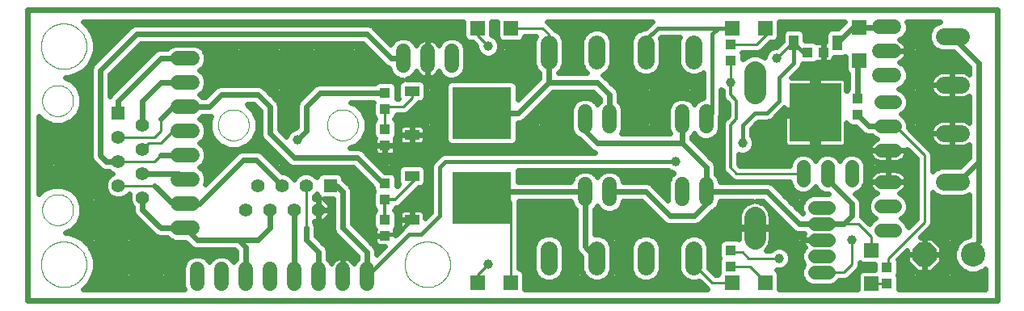
<source format=gtl>
G75*
%MOIN*%
%OFA0B0*%
%FSLAX24Y24*%
%IPPOS*%
%LPD*%
%AMOC8*
5,1,8,0,0,1.08239X$1,22.5*
%
%ADD10C,0.0240*%
%ADD11C,0.0000*%
%ADD12C,0.1000*%
%ADD13OC8,0.1000*%
%ADD14C,0.0885*%
%ADD15C,0.0560*%
%ADD16C,0.0600*%
%ADD17R,0.0591X0.0591*%
%ADD18R,0.0433X0.0394*%
%ADD19R,0.2441X0.2126*%
%ADD20R,0.0630X0.0394*%
%ADD21C,0.0554*%
%ADD22R,0.0554X0.0554*%
%ADD23C,0.0705*%
%ADD24C,0.0554*%
%ADD25R,0.2126X0.2441*%
%ADD26R,0.0394X0.0630*%
%ADD27C,0.0100*%
%ADD28C,0.0396*%
%ADD29C,0.0160*%
%ADD30C,0.0120*%
D10*
X001954Y000383D02*
X001954Y012383D01*
X041954Y012383D01*
X041954Y000383D01*
X001954Y000383D01*
X004269Y000863D02*
X004492Y001087D01*
X004663Y001383D01*
X004751Y001713D01*
X004751Y002054D01*
X004663Y002384D01*
X004492Y002680D01*
X004250Y002922D01*
X003955Y003092D01*
X003625Y003181D01*
X003517Y003181D01*
X003770Y003286D01*
X004052Y003567D01*
X004204Y003934D01*
X004204Y004332D01*
X004052Y004700D01*
X003770Y004981D01*
X003403Y005133D01*
X003005Y005133D01*
X002637Y004981D01*
X002434Y004778D01*
X002434Y007989D01*
X002637Y007786D01*
X003005Y007633D01*
X003403Y007633D01*
X003770Y007786D01*
X004052Y008067D01*
X004204Y008434D01*
X004204Y008832D01*
X004052Y009200D01*
X003770Y009481D01*
X003517Y009586D01*
X003625Y009586D01*
X003955Y009674D01*
X004250Y009845D01*
X004492Y010087D01*
X004663Y010383D01*
X004751Y010713D01*
X004751Y011054D01*
X004663Y011384D01*
X004492Y011680D01*
X004269Y011903D01*
X019940Y011903D01*
X019940Y011282D01*
X019982Y011179D01*
X020061Y011101D01*
X020164Y011058D01*
X020312Y011058D01*
X020476Y010895D01*
X020476Y010788D01*
X020548Y010613D01*
X020683Y010478D01*
X020859Y010405D01*
X021049Y010405D01*
X021225Y010478D01*
X021359Y010613D01*
X021432Y010788D01*
X021432Y010978D01*
X021359Y011154D01*
X021225Y011289D01*
X021090Y011344D01*
X021090Y011903D01*
X021317Y011903D01*
X021317Y011282D01*
X021360Y011179D01*
X021439Y011101D01*
X021542Y011058D01*
X022244Y011058D01*
X022347Y011101D01*
X022425Y011179D01*
X022468Y011282D01*
X022468Y011303D01*
X022916Y011303D01*
X022837Y011112D01*
X022837Y010155D01*
X022933Y009923D01*
X020015Y009923D01*
X020034Y009968D02*
X020034Y010799D01*
X019945Y011012D01*
X019782Y011175D01*
X019569Y011263D01*
X019338Y011263D01*
X019125Y011175D01*
X018962Y011012D01*
X018921Y010912D01*
X018899Y010956D01*
X018850Y011022D01*
X018793Y011080D01*
X018726Y011128D01*
X018653Y011165D01*
X018576Y011191D01*
X018495Y011203D01*
X018454Y011203D01*
X018454Y010383D01*
X018454Y009563D01*
X018495Y009563D01*
X018576Y009576D01*
X018653Y009601D01*
X018726Y009639D01*
X018793Y009687D01*
X018850Y009745D01*
X018899Y009811D01*
X018921Y009854D01*
X018962Y009755D01*
X019125Y009592D01*
X019338Y009503D01*
X019569Y009503D01*
X019782Y009592D01*
X019945Y009755D01*
X020034Y009968D01*
X019876Y009685D02*
X023054Y009685D01*
X023054Y009802D02*
X023054Y009549D01*
X022189Y008684D01*
X022189Y009252D01*
X022146Y009355D01*
X022067Y009434D01*
X021964Y009476D01*
X019412Y009476D01*
X019309Y009434D01*
X019230Y009355D01*
X019188Y009252D01*
X019188Y007015D01*
X019230Y006912D01*
X019309Y006833D01*
X019412Y006790D01*
X021964Y006790D01*
X022067Y006833D01*
X022146Y006912D01*
X022189Y007015D01*
X022189Y007733D01*
X022283Y007733D01*
X022430Y007794D01*
X023619Y008983D01*
X025288Y008983D01*
X025554Y008718D01*
X025554Y008604D01*
X025462Y008512D01*
X025454Y008492D01*
X025445Y008512D01*
X025282Y008675D01*
X025069Y008763D01*
X024838Y008763D01*
X024625Y008675D01*
X024462Y008512D01*
X024374Y008299D01*
X024374Y007468D01*
X024462Y007255D01*
X024625Y007092D01*
X024718Y007053D01*
X025115Y006657D01*
X025227Y006544D01*
X025350Y006493D01*
X019132Y006493D01*
X019000Y006439D01*
X018899Y006337D01*
X018750Y006189D01*
X018649Y006087D01*
X018594Y005955D01*
X018594Y004032D01*
X018349Y003788D01*
X018349Y003962D01*
X018334Y004017D01*
X018305Y004068D01*
X018264Y004109D01*
X018214Y004138D01*
X018158Y004153D01*
X017814Y004153D01*
X017470Y004153D01*
X017414Y004138D01*
X017364Y004109D01*
X017323Y004068D01*
X017294Y004017D01*
X017279Y003962D01*
X017279Y003736D01*
X017814Y003736D01*
X017814Y004153D01*
X017814Y003736D01*
X017814Y003736D01*
X017814Y003736D01*
X017279Y003736D01*
X017279Y003510D01*
X017294Y003454D01*
X017323Y003404D01*
X017364Y003363D01*
X017402Y003341D01*
X017399Y003337D01*
X017140Y003079D01*
X017140Y003275D01*
X017125Y003330D01*
X017158Y003363D01*
X017200Y003465D01*
X017200Y003971D01*
X017158Y004073D01*
X017098Y004133D01*
X017158Y004193D01*
X017164Y004209D01*
X017187Y004209D01*
X017312Y004260D01*
X018105Y005054D01*
X018185Y005054D01*
X018288Y005097D01*
X018366Y005176D01*
X018409Y005278D01*
X018409Y005784D01*
X018366Y005886D01*
X018288Y005965D01*
X018185Y006008D01*
X017443Y006008D01*
X017340Y005965D01*
X017262Y005886D01*
X017219Y005784D01*
X017219Y005278D01*
X017262Y005176D01*
X017263Y005174D01*
X017200Y005111D01*
X017200Y005471D01*
X017158Y005573D01*
X017079Y005652D01*
X016976Y005695D01*
X016708Y005695D01*
X015893Y006510D01*
X015780Y006622D01*
X015633Y006683D01*
X015273Y006683D01*
X015520Y006786D01*
X015802Y007067D01*
X015954Y007434D01*
X015954Y007832D01*
X015802Y008200D01*
X015520Y008481D01*
X015310Y008568D01*
X016214Y008568D01*
X016207Y008551D01*
X016207Y008046D01*
X016250Y007943D01*
X016310Y007883D01*
X016250Y007823D01*
X016207Y007721D01*
X016207Y007215D01*
X016250Y007113D01*
X016282Y007080D01*
X016267Y007025D01*
X016267Y006799D01*
X016704Y006799D01*
X017140Y006799D01*
X017140Y007025D01*
X017125Y007080D01*
X017158Y007113D01*
X017200Y007215D01*
X017200Y007721D01*
X017158Y007823D01*
X017098Y007883D01*
X017158Y007943D01*
X017200Y008046D01*
X017200Y008053D01*
X017519Y008053D01*
X017641Y008104D01*
X017734Y008196D01*
X018091Y008554D01*
X018185Y008554D01*
X018288Y008597D01*
X018366Y008676D01*
X018409Y008778D01*
X018409Y009284D01*
X018366Y009386D01*
X018288Y009465D01*
X018185Y009508D01*
X017580Y009508D01*
X017782Y009592D01*
X017945Y009755D01*
X017987Y009854D01*
X018009Y009811D01*
X018057Y009745D01*
X018115Y009687D01*
X018181Y009639D01*
X018254Y009601D01*
X018332Y009576D01*
X018413Y009563D01*
X018454Y009563D01*
X018454Y010383D01*
X018454Y010383D01*
X018454Y010383D01*
X018454Y011203D01*
X018413Y011203D01*
X018332Y011191D01*
X018254Y011165D01*
X018181Y011128D01*
X018115Y011080D01*
X018057Y011022D01*
X018009Y010956D01*
X017987Y010912D01*
X017945Y011012D01*
X017782Y011175D01*
X017569Y011263D01*
X017338Y011263D01*
X017125Y011175D01*
X016962Y011012D01*
X016941Y010962D01*
X016180Y011722D01*
X016033Y011783D01*
X006374Y011783D01*
X006227Y011722D01*
X006115Y011610D01*
X004615Y010110D01*
X004554Y009963D01*
X004554Y006304D01*
X004615Y006157D01*
X004727Y006044D01*
X004977Y005794D01*
X005124Y005733D01*
X005316Y005733D01*
X005388Y005661D01*
X005455Y005633D01*
X005388Y005606D01*
X005231Y005449D01*
X005147Y005244D01*
X005147Y005023D01*
X005231Y004818D01*
X005388Y004661D01*
X005593Y004576D01*
X005815Y004576D01*
X006019Y004661D01*
X006162Y004803D01*
X006171Y004803D01*
X006147Y004744D01*
X006147Y004523D01*
X006231Y004318D01*
X006304Y004245D01*
X006304Y004054D01*
X006365Y003907D01*
X007115Y003157D01*
X007227Y003044D01*
X007374Y002983D01*
X007734Y002983D01*
X007825Y002892D01*
X008038Y002803D01*
X008468Y002803D01*
X008615Y002657D01*
X008727Y002544D01*
X008874Y002483D01*
X010488Y002483D01*
X010554Y002418D01*
X010554Y002104D01*
X010462Y002012D01*
X010454Y001992D01*
X010445Y002012D01*
X010282Y002175D01*
X010069Y002263D01*
X009838Y002263D01*
X009625Y002175D01*
X009462Y002012D01*
X009454Y001992D01*
X009445Y002012D01*
X009282Y002175D01*
X009069Y002263D01*
X008838Y002263D01*
X008625Y002175D01*
X008462Y002012D01*
X008374Y001799D01*
X008374Y000968D01*
X008417Y000863D01*
X004269Y000863D01*
X004339Y000863D02*
X004339Y000933D01*
X004499Y001099D02*
X008374Y001099D01*
X008393Y000921D02*
X008393Y000863D01*
X008155Y000863D02*
X008155Y002803D01*
X008393Y002803D02*
X008393Y001846D01*
X008380Y001814D02*
X004751Y001814D01*
X004751Y002053D02*
X008503Y002053D01*
X008632Y002178D02*
X008632Y002640D01*
X008762Y002530D02*
X004579Y002530D01*
X004577Y002532D02*
X004577Y006247D01*
X004554Y006346D02*
X002434Y006346D01*
X002434Y006107D02*
X004664Y006107D01*
X004816Y005956D02*
X004816Y000863D01*
X005054Y000863D02*
X005054Y005762D01*
X004903Y005869D02*
X002434Y005869D01*
X002434Y005630D02*
X005448Y005630D01*
X005293Y005733D02*
X005293Y005510D01*
X005208Y005392D02*
X002434Y005392D01*
X002434Y005153D02*
X005147Y005153D01*
X005191Y004915D02*
X003836Y004915D01*
X003862Y004890D02*
X003862Y007877D01*
X003749Y007777D02*
X004554Y007777D01*
X004554Y008015D02*
X004000Y008015D01*
X004100Y008185D02*
X004100Y004582D01*
X004061Y004676D02*
X005373Y004676D01*
X005293Y004756D02*
X005293Y000863D01*
X005531Y000863D02*
X005531Y004602D01*
X005770Y004576D02*
X005770Y000863D01*
X006008Y000863D02*
X006008Y004656D01*
X006035Y004676D02*
X006147Y004676D01*
X006704Y004633D02*
X006704Y004133D01*
X007454Y003383D01*
X008454Y003383D01*
X008954Y002883D01*
X010654Y002883D01*
X011454Y002883D01*
X011954Y003383D01*
X011954Y004133D01*
X012954Y004133D02*
X012954Y001383D01*
X013954Y001383D02*
X013954Y002383D01*
X013454Y002883D01*
X013454Y003383D01*
X013845Y003484D02*
X014554Y003484D01*
X014554Y003304D02*
X014615Y003157D01*
X015554Y002218D01*
X015554Y002104D01*
X015462Y002012D01*
X015421Y001912D01*
X015399Y001956D01*
X015350Y002022D01*
X015293Y002080D01*
X015226Y002128D01*
X015153Y002165D01*
X015076Y002191D01*
X014995Y002203D01*
X014954Y002203D01*
X014954Y001383D01*
X014954Y001383D01*
X014954Y002203D01*
X014913Y002203D01*
X014832Y002191D01*
X014754Y002165D01*
X014681Y002128D01*
X014615Y002080D01*
X014557Y002022D01*
X014509Y001956D01*
X014487Y001912D01*
X014445Y002012D01*
X014354Y002104D01*
X014354Y002463D01*
X014293Y002610D01*
X014180Y002722D01*
X013854Y003049D01*
X013854Y003463D01*
X013793Y003610D01*
X013784Y003619D01*
X013784Y003666D01*
X013837Y003648D01*
X013915Y003636D01*
X013954Y003636D01*
X013993Y003636D01*
X014070Y003648D01*
X014145Y003673D01*
X014214Y003708D01*
X014278Y003754D01*
X014333Y003809D01*
X014379Y003873D01*
X014415Y003942D01*
X014439Y004017D01*
X014451Y004094D01*
X014451Y004133D01*
X013954Y004133D01*
X013954Y003636D01*
X013954Y004133D01*
X013954Y004133D01*
X013954Y004133D01*
X014451Y004133D01*
X014451Y004172D01*
X014439Y004250D01*
X014415Y004324D01*
X014379Y004394D01*
X014333Y004457D01*
X014278Y004513D01*
X014214Y004559D01*
X014180Y004576D01*
X014554Y004576D01*
X014554Y003304D01*
X014578Y003245D02*
X013854Y003245D01*
X013879Y003024D02*
X013879Y003642D01*
X013954Y003722D02*
X013954Y003722D01*
X014117Y003664D02*
X014117Y002786D01*
X014134Y002768D02*
X015003Y002768D01*
X015071Y002700D02*
X015071Y002191D01*
X014954Y002053D02*
X014954Y002053D01*
X014833Y002191D02*
X014833Y002939D01*
X014765Y003007D02*
X013896Y003007D01*
X014594Y003206D02*
X014594Y002059D01*
X014588Y002053D02*
X014405Y002053D01*
X014356Y002102D02*
X014356Y003841D01*
X014420Y003961D02*
X014554Y003961D01*
X014554Y003722D02*
X014234Y003722D01*
X013954Y003961D02*
X013954Y003961D01*
X013954Y004133D02*
X013954Y004630D01*
X013993Y004630D01*
X014009Y004628D01*
X013939Y004698D01*
X013900Y004792D01*
X013784Y004675D01*
X013784Y004601D01*
X013837Y004618D01*
X013915Y004630D01*
X013954Y004630D01*
X013954Y004133D01*
X013954Y004133D01*
X013954Y004199D02*
X013954Y004199D01*
X014117Y004133D02*
X014117Y004133D01*
X014356Y004133D02*
X014356Y004133D01*
X014447Y004199D02*
X014554Y004199D01*
X014554Y004438D02*
X014347Y004438D01*
X014356Y004426D02*
X014356Y004576D01*
X013960Y004676D02*
X013785Y004676D01*
X013879Y004625D02*
X013879Y004770D01*
X014454Y005133D02*
X014704Y005133D01*
X014954Y004883D01*
X014954Y003383D01*
X015954Y002383D01*
X015954Y001383D01*
X014954Y001576D02*
X014954Y001576D01*
X014954Y001814D02*
X014954Y001814D01*
X015310Y002063D02*
X015310Y002462D01*
X015242Y002530D02*
X014326Y002530D01*
X014354Y002291D02*
X015480Y002291D01*
X015548Y002223D02*
X015548Y002098D01*
X015503Y002053D02*
X015320Y002053D01*
X016354Y002292D02*
X016354Y002463D01*
X016293Y002610D01*
X016180Y002722D01*
X015354Y003549D01*
X015354Y004963D01*
X015293Y005110D01*
X015180Y005222D01*
X015011Y005392D01*
X015011Y005466D01*
X014968Y005569D01*
X014890Y005648D01*
X014787Y005690D01*
X014121Y005690D01*
X014018Y005648D01*
X013939Y005569D01*
X013900Y005475D01*
X013769Y005606D01*
X013565Y005690D01*
X013343Y005690D01*
X013138Y005606D01*
X012981Y005449D01*
X012954Y005382D01*
X012926Y005449D01*
X012769Y005606D01*
X012565Y005690D01*
X012462Y005690D01*
X011743Y006410D01*
X011630Y006522D01*
X011483Y006583D01*
X010774Y006583D01*
X010627Y006522D01*
X009306Y005201D01*
X009334Y005268D01*
X009334Y005499D01*
X009245Y005712D01*
X009082Y005875D01*
X009062Y005883D01*
X009082Y005892D01*
X009245Y006055D01*
X009334Y006268D01*
X009334Y006499D01*
X009245Y006712D01*
X009082Y006875D01*
X009062Y006883D01*
X009082Y006892D01*
X009245Y007055D01*
X009334Y007268D01*
X009334Y007499D01*
X009245Y007712D01*
X009082Y007875D01*
X009062Y007883D01*
X009082Y007892D01*
X009174Y007983D01*
X009516Y007983D01*
X009454Y007832D01*
X009454Y007434D01*
X009606Y007067D01*
X009887Y006786D01*
X010255Y006633D01*
X010653Y006633D01*
X011020Y006786D01*
X011302Y007067D01*
X011454Y007434D01*
X011454Y007832D01*
X011302Y008200D01*
X011020Y008481D01*
X011015Y008483D01*
X011288Y008483D01*
X011554Y008218D01*
X011554Y007204D01*
X011615Y007057D01*
X012615Y006057D01*
X012727Y005944D01*
X012874Y005883D01*
X015388Y005883D01*
X016207Y005064D01*
X016207Y004965D01*
X016241Y004883D01*
X016207Y004801D01*
X016207Y004296D01*
X016250Y004193D01*
X016310Y004133D01*
X016250Y004073D01*
X016207Y003971D01*
X016207Y003465D01*
X016250Y003363D01*
X016282Y003330D01*
X016267Y003275D01*
X016267Y003049D01*
X016704Y003049D01*
X016704Y003049D01*
X016267Y003049D01*
X016267Y002823D01*
X016282Y002767D01*
X016311Y002717D01*
X016352Y002676D01*
X016402Y002647D01*
X016458Y002632D01*
X016693Y002632D01*
X016354Y002292D01*
X016502Y002441D02*
X016502Y002632D01*
X016591Y002530D02*
X016326Y002530D01*
X016264Y002639D02*
X016264Y003349D01*
X016267Y003245D02*
X015657Y003245D01*
X015548Y003355D02*
X015548Y005723D01*
X015641Y005630D02*
X014907Y005630D01*
X014833Y005671D02*
X014833Y005883D01*
X015071Y005883D02*
X015071Y005332D01*
X015011Y005392D02*
X015880Y005392D01*
X015787Y005485D02*
X015787Y003116D01*
X015896Y003007D02*
X016267Y003007D01*
X016502Y003049D02*
X016502Y003049D01*
X017140Y003245D02*
X017307Y003245D01*
X017218Y003156D02*
X017218Y004222D01*
X017160Y004199D02*
X018594Y004199D01*
X018594Y004438D02*
X017489Y004438D01*
X017456Y004405D02*
X017456Y004149D01*
X017695Y004153D02*
X017695Y004644D01*
X017728Y004676D02*
X018594Y004676D01*
X018594Y004915D02*
X017966Y004915D01*
X017933Y004882D02*
X017933Y004153D01*
X017814Y003961D02*
X017814Y003961D01*
X017695Y003736D02*
X017695Y003736D01*
X017456Y003736D02*
X017456Y003736D01*
X017279Y003722D02*
X017200Y003722D01*
X017200Y003961D02*
X017279Y003961D01*
X016264Y004087D02*
X016264Y004179D01*
X016247Y004199D02*
X015354Y004199D01*
X015354Y004438D02*
X016207Y004438D01*
X016207Y004676D02*
X015354Y004676D01*
X015354Y004915D02*
X016228Y004915D01*
X016118Y005153D02*
X015249Y005153D01*
X015310Y005069D02*
X015310Y005883D01*
X015403Y005869D02*
X012284Y005869D01*
X012209Y005944D02*
X012209Y006462D01*
X012326Y006346D02*
X011807Y006346D01*
X011732Y006421D02*
X011732Y006939D01*
X011849Y006823D02*
X011058Y006823D01*
X011017Y006784D02*
X011017Y006583D01*
X011255Y006583D02*
X011255Y007021D01*
X011296Y007061D02*
X011613Y007061D01*
X011954Y007283D02*
X012954Y006283D01*
X015554Y006283D01*
X016619Y005218D01*
X016704Y005218D01*
X017200Y005153D02*
X017243Y005153D01*
X017218Y005128D02*
X017218Y008053D01*
X017188Y008015D02*
X019188Y008015D01*
X019188Y007777D02*
X017177Y007777D01*
X017364Y007609D02*
X017323Y007568D01*
X017294Y007517D01*
X017279Y007462D01*
X017279Y007236D01*
X017814Y007236D01*
X017814Y007653D01*
X017470Y007653D01*
X017414Y007638D01*
X017364Y007609D01*
X017306Y007538D02*
X017200Y007538D01*
X017200Y007300D02*
X017279Y007300D01*
X017279Y007236D02*
X017279Y007010D01*
X017294Y006954D01*
X017323Y006904D01*
X017364Y006863D01*
X017414Y006834D01*
X017470Y006819D01*
X017814Y006819D01*
X018158Y006819D01*
X018214Y006834D01*
X018264Y006863D01*
X018305Y006904D01*
X018334Y006954D01*
X018349Y007010D01*
X018349Y007236D01*
X018349Y007462D01*
X018334Y007517D01*
X018305Y007568D01*
X018264Y007609D01*
X018214Y007638D01*
X018158Y007653D01*
X017814Y007653D01*
X017814Y007236D01*
X017814Y007236D01*
X017814Y007236D01*
X018349Y007236D01*
X017814Y007236D01*
X017814Y007236D01*
X017279Y007236D01*
X017279Y007061D02*
X017130Y007061D01*
X017456Y007236D02*
X017456Y007236D01*
X017695Y007236D02*
X017695Y007236D01*
X017814Y007236D02*
X017814Y007236D01*
X017814Y006819D01*
X017814Y007236D01*
X017814Y007300D02*
X017814Y007300D01*
X017933Y007236D02*
X017933Y007236D01*
X017814Y007061D02*
X017814Y007061D01*
X018172Y007236D02*
X018172Y007236D01*
X018349Y007300D02*
X019188Y007300D01*
X019188Y007538D02*
X018322Y007538D01*
X018172Y007649D02*
X018172Y008554D01*
X018029Y008492D02*
X019188Y008492D01*
X019188Y008731D02*
X018389Y008731D01*
X018409Y008969D02*
X019188Y008969D01*
X019188Y009208D02*
X018409Y009208D01*
X018306Y009446D02*
X019339Y009446D01*
X019364Y009457D02*
X019364Y009503D01*
X019603Y009517D02*
X019603Y009476D01*
X019841Y009476D02*
X019841Y009651D01*
X020080Y009476D02*
X020080Y011093D01*
X020046Y011116D02*
X019842Y011116D01*
X019841Y011116D02*
X019841Y011903D01*
X019940Y011831D02*
X004341Y011831D01*
X004339Y011833D02*
X004339Y011903D01*
X004577Y011903D02*
X004577Y011532D01*
X004542Y011593D02*
X006098Y011593D01*
X006008Y011504D02*
X006008Y011903D01*
X005770Y011903D02*
X005770Y011265D01*
X005859Y011354D02*
X004671Y011354D01*
X004735Y011116D02*
X005621Y011116D01*
X005531Y011027D02*
X005531Y011903D01*
X005293Y011903D02*
X005293Y010788D01*
X005382Y010877D02*
X004751Y010877D01*
X004732Y010639D02*
X005144Y010639D01*
X005054Y010550D02*
X005054Y011903D01*
X004816Y011903D02*
X004816Y010311D01*
X004905Y010400D02*
X004668Y010400D01*
X004577Y010234D02*
X004577Y010020D01*
X004554Y009923D02*
X004329Y009923D01*
X004339Y009933D02*
X004339Y002833D01*
X004404Y002768D02*
X008503Y002768D01*
X008870Y002485D02*
X008870Y002263D01*
X009109Y002247D02*
X009109Y002483D01*
X009347Y002483D02*
X009347Y002110D01*
X009405Y002053D02*
X009503Y002053D01*
X009586Y002136D02*
X009586Y002483D01*
X009824Y002483D02*
X009824Y002257D01*
X010063Y002263D02*
X010063Y002483D01*
X010301Y002483D02*
X010301Y002156D01*
X010405Y002053D02*
X010503Y002053D01*
X010540Y002090D02*
X010540Y002432D01*
X010554Y002291D02*
X004688Y002291D01*
X004715Y001576D02*
X008374Y001576D01*
X008374Y001337D02*
X004637Y001337D01*
X004577Y001234D02*
X004577Y000863D01*
X006247Y000863D02*
X006247Y004302D01*
X006304Y004199D02*
X004204Y004199D01*
X004160Y004438D02*
X006182Y004438D01*
X006342Y003961D02*
X004204Y003961D01*
X004116Y003722D02*
X006549Y003722D01*
X006485Y003786D02*
X006485Y000863D01*
X006724Y000863D02*
X006724Y003548D01*
X006788Y003484D02*
X003968Y003484D01*
X003862Y003377D02*
X003862Y003117D01*
X003673Y003245D02*
X007026Y003245D01*
X006962Y003309D02*
X006962Y000863D01*
X007201Y000863D02*
X007201Y003071D01*
X007317Y003007D02*
X004103Y003007D01*
X004100Y003008D02*
X004100Y003685D01*
X003623Y003225D02*
X003623Y003181D01*
X007439Y002983D02*
X007439Y000863D01*
X007678Y000863D02*
X007678Y002983D01*
X007916Y002854D02*
X007916Y000863D01*
X010954Y001383D02*
X010954Y002583D01*
X010654Y002883D01*
X009054Y004383D02*
X008454Y004383D01*
X007954Y004383D01*
X007204Y005133D01*
X006704Y005633D02*
X008204Y005633D01*
X008454Y005383D01*
X009279Y005630D02*
X009735Y005630D01*
X009824Y005720D02*
X009824Y006849D01*
X009850Y006823D02*
X009135Y006823D01*
X009109Y006849D02*
X009109Y006918D01*
X009248Y007061D02*
X009612Y007061D01*
X009586Y007116D02*
X009586Y005481D01*
X009497Y005392D02*
X009334Y005392D01*
X009347Y005243D02*
X009347Y007983D01*
X009454Y007777D02*
X009181Y007777D01*
X009109Y007849D02*
X009109Y007918D01*
X009317Y007538D02*
X009454Y007538D01*
X009510Y007300D02*
X009334Y007300D01*
X010063Y006713D02*
X010063Y005958D01*
X009974Y005869D02*
X009089Y005869D01*
X009109Y005849D02*
X009109Y005918D01*
X009267Y006107D02*
X010212Y006107D01*
X010301Y006197D02*
X010301Y006633D01*
X010540Y006633D02*
X010540Y006435D01*
X010451Y006346D02*
X009334Y006346D01*
X009298Y006584D02*
X012087Y006584D01*
X011971Y006701D02*
X011971Y006182D01*
X012045Y006107D02*
X012564Y006107D01*
X012448Y006224D02*
X012448Y005705D01*
X012686Y005640D02*
X012686Y005985D01*
X012925Y005883D02*
X012925Y005450D01*
X012950Y005392D02*
X012958Y005392D01*
X013163Y005616D02*
X013163Y005883D01*
X013402Y005883D02*
X013402Y005690D01*
X013198Y005630D02*
X012710Y005630D01*
X013640Y005659D02*
X013640Y005883D01*
X013879Y005883D02*
X013879Y005496D01*
X014000Y005630D02*
X013710Y005630D01*
X014117Y005689D02*
X014117Y005883D01*
X014356Y005883D02*
X014356Y005690D01*
X014594Y005690D02*
X014594Y005883D01*
X016025Y006378D02*
X016025Y008568D01*
X016207Y008492D02*
X015493Y008492D01*
X015548Y008453D02*
X015548Y008568D01*
X015787Y008568D02*
X015787Y008215D01*
X015747Y008254D02*
X016207Y008254D01*
X016220Y008015D02*
X015878Y008015D01*
X015954Y007777D02*
X016231Y007777D01*
X016264Y007837D02*
X016264Y007929D01*
X016207Y007538D02*
X015954Y007538D01*
X015898Y007300D02*
X016207Y007300D01*
X016264Y007099D02*
X016264Y006139D01*
X016295Y006107D02*
X018669Y006107D01*
X018649Y006087D02*
X018649Y009600D01*
X018790Y009685D02*
X019032Y009685D01*
X019126Y009591D02*
X019126Y006491D01*
X019364Y006493D02*
X019364Y006810D01*
X019333Y006823D02*
X018173Y006823D01*
X018172Y006823D02*
X018172Y006008D01*
X017933Y006008D02*
X017933Y006819D01*
X017814Y006823D02*
X017814Y006823D01*
X017695Y006819D02*
X017695Y006008D01*
X017456Y006008D02*
X017456Y006823D01*
X017455Y006823D02*
X017140Y006823D01*
X017140Y006799D02*
X016704Y006799D01*
X016704Y006799D01*
X016704Y006799D01*
X016704Y006382D01*
X016949Y006382D01*
X017005Y006397D01*
X017055Y006426D01*
X017096Y006467D01*
X017125Y006517D01*
X017140Y006573D01*
X017140Y006799D01*
X016979Y006799D02*
X016979Y006799D01*
X016741Y006799D02*
X016741Y006799D01*
X016704Y006799D02*
X016704Y006799D01*
X016267Y006799D01*
X016267Y006573D01*
X016282Y006517D01*
X016311Y006467D01*
X016352Y006426D01*
X016402Y006397D01*
X016458Y006382D01*
X016704Y006382D01*
X016704Y006799D01*
X016502Y006799D02*
X016502Y006799D01*
X016267Y006823D02*
X015558Y006823D01*
X015548Y006814D02*
X015548Y006683D01*
X015310Y006683D02*
X015310Y006698D01*
X015787Y006616D02*
X015787Y007052D01*
X015796Y007061D02*
X016277Y007061D01*
X016267Y006584D02*
X015818Y006584D01*
X016057Y006346D02*
X018907Y006346D01*
X018899Y006337D02*
X018899Y006337D01*
X018887Y006326D02*
X018887Y009795D01*
X018454Y009685D02*
X018454Y009685D01*
X018410Y009564D02*
X018410Y003849D01*
X018349Y003961D02*
X018522Y003961D01*
X018172Y004149D02*
X018172Y005054D01*
X018344Y005153D02*
X018594Y005153D01*
X018594Y005392D02*
X018409Y005392D01*
X018409Y005630D02*
X018594Y005630D01*
X018594Y005869D02*
X018374Y005869D01*
X018750Y006189D02*
X018750Y006189D01*
X019603Y006493D02*
X019603Y006790D01*
X019841Y006790D02*
X019841Y006493D01*
X020080Y006493D02*
X020080Y006790D01*
X020318Y006790D02*
X020318Y006493D01*
X020557Y006493D02*
X020557Y006790D01*
X020795Y006790D02*
X020795Y006493D01*
X021034Y006493D02*
X021034Y006790D01*
X021272Y006790D02*
X021272Y006493D01*
X021511Y006493D02*
X021511Y006790D01*
X021749Y006790D02*
X021749Y006493D01*
X021988Y006493D02*
X021988Y006800D01*
X022043Y006823D02*
X024949Y006823D01*
X024850Y006922D02*
X024850Y006493D01*
X025088Y006493D02*
X025088Y006683D01*
X025187Y006584D02*
X017140Y006584D01*
X016704Y006584D02*
X016704Y006584D01*
X016741Y006382D02*
X016741Y005695D01*
X016979Y005693D02*
X016979Y006390D01*
X016502Y006382D02*
X016502Y005901D01*
X016534Y005869D02*
X017254Y005869D01*
X017219Y005630D02*
X017101Y005630D01*
X017200Y005392D02*
X017219Y005392D01*
X016025Y005246D02*
X016025Y002878D01*
X016134Y002768D02*
X016282Y002768D01*
X017399Y003337D02*
X017399Y003337D01*
X017286Y003484D02*
X017200Y003484D01*
X016207Y003484D02*
X015419Y003484D01*
X015354Y003722D02*
X016207Y003722D01*
X016207Y003961D02*
X015354Y003961D01*
X013954Y004438D02*
X013954Y004438D01*
X012454Y005133D02*
X011404Y006183D01*
X010854Y006183D01*
X009054Y004383D01*
X005704Y006133D02*
X005204Y006133D01*
X004954Y006383D01*
X004954Y009883D01*
X006454Y011383D01*
X015954Y011383D01*
X016954Y010383D01*
X017454Y010383D01*
X016874Y009984D02*
X016727Y010044D01*
X016615Y010157D01*
X015788Y010983D01*
X006619Y010983D01*
X005354Y009718D01*
X005354Y008834D01*
X005365Y008860D01*
X007115Y010610D01*
X007227Y010722D01*
X007374Y010783D01*
X007734Y010783D01*
X007825Y010875D01*
X008038Y010963D01*
X008869Y010963D01*
X009082Y010875D01*
X009245Y010712D01*
X009334Y010499D01*
X009334Y010268D01*
X009245Y010055D01*
X009082Y009892D01*
X009062Y009883D01*
X009082Y009875D01*
X009245Y009712D01*
X009334Y009499D01*
X009334Y009268D01*
X009245Y009055D01*
X009082Y008892D01*
X009062Y008883D01*
X009082Y008875D01*
X009174Y008783D01*
X009288Y008783D01*
X009615Y009110D01*
X009727Y009222D01*
X009874Y009283D01*
X011533Y009283D01*
X011680Y009222D01*
X012180Y008722D01*
X012293Y008610D01*
X012354Y008463D01*
X012354Y007449D01*
X012640Y007163D01*
X012698Y007304D01*
X012833Y007439D01*
X013009Y007511D01*
X013016Y007511D01*
X013054Y007549D01*
X013054Y008463D01*
X013115Y008610D01*
X013699Y009195D01*
X013812Y009307D01*
X013959Y009368D01*
X016294Y009368D01*
X016329Y009402D01*
X016432Y009445D01*
X016976Y009445D01*
X017079Y009402D01*
X017158Y009323D01*
X017200Y009221D01*
X017200Y008715D01*
X017199Y008713D01*
X017246Y008713D01*
X017219Y008778D01*
X017219Y009284D01*
X017262Y009386D01*
X017340Y009465D01*
X017433Y009503D01*
X017338Y009503D01*
X017125Y009592D01*
X016962Y009755D01*
X016874Y009968D01*
X016874Y009984D01*
X016892Y009923D02*
X009114Y009923D01*
X009109Y009918D02*
X009109Y009849D01*
X009257Y009685D02*
X017032Y009685D01*
X016979Y009738D02*
X016979Y009443D01*
X016741Y009445D02*
X016741Y010039D01*
X016610Y010162D02*
X009290Y010162D01*
X009334Y010400D02*
X016371Y010400D01*
X016264Y010508D02*
X016264Y009368D01*
X016025Y009368D02*
X016025Y010746D01*
X016133Y010639D02*
X009276Y010639D01*
X009109Y010849D02*
X009109Y010983D01*
X009077Y010877D02*
X015894Y010877D01*
X015787Y010983D02*
X015787Y009368D01*
X015548Y009368D02*
X015548Y010983D01*
X015310Y010983D02*
X015310Y009368D01*
X015071Y009368D02*
X015071Y010983D01*
X014833Y010983D02*
X014833Y009368D01*
X014594Y009368D02*
X014594Y010983D01*
X014356Y010983D02*
X014356Y009368D01*
X014117Y009368D02*
X014117Y010983D01*
X013879Y010983D02*
X013879Y009335D01*
X013713Y009208D02*
X011695Y009208D01*
X011732Y009171D02*
X011732Y010983D01*
X011494Y010983D02*
X011494Y009283D01*
X011255Y009283D02*
X011255Y010983D01*
X011017Y010983D02*
X011017Y009283D01*
X010778Y009283D02*
X010778Y010983D01*
X010540Y010983D02*
X010540Y009283D01*
X010301Y009283D02*
X010301Y010983D01*
X010063Y010983D02*
X010063Y009283D01*
X009824Y009263D02*
X009824Y010983D01*
X009586Y010983D02*
X009586Y009081D01*
X009474Y008969D02*
X009160Y008969D01*
X009109Y008918D02*
X009109Y008849D01*
X009347Y008843D02*
X009347Y010983D01*
X008870Y010963D02*
X008870Y010983D01*
X008632Y010963D02*
X008632Y010983D01*
X008393Y010963D02*
X008393Y010983D01*
X008155Y010963D02*
X008155Y010983D01*
X007916Y010983D02*
X007916Y010913D01*
X007831Y010877D02*
X006513Y010877D01*
X006485Y010849D02*
X006485Y009981D01*
X006428Y009923D02*
X005559Y009923D01*
X005531Y009895D02*
X005531Y009027D01*
X005474Y008969D02*
X005354Y008969D01*
X005354Y009208D02*
X005713Y009208D01*
X005770Y009265D02*
X005770Y010134D01*
X005798Y010162D02*
X006667Y010162D01*
X006724Y010219D02*
X006724Y010983D01*
X006962Y010983D02*
X006962Y010458D01*
X006905Y010400D02*
X006036Y010400D01*
X006008Y010372D02*
X006008Y009504D01*
X005951Y009446D02*
X005354Y009446D01*
X005354Y009685D02*
X006190Y009685D01*
X006247Y009742D02*
X006247Y010611D01*
X006275Y010639D02*
X007144Y010639D01*
X007201Y010696D02*
X007201Y010983D01*
X007439Y010983D02*
X007439Y010783D01*
X007678Y010783D02*
X007678Y010983D01*
X007454Y010383D02*
X008454Y010383D01*
X007454Y010383D02*
X005704Y008633D01*
X005704Y008133D01*
X006704Y007633D02*
X006704Y008633D01*
X007454Y009383D01*
X008454Y009383D01*
X009309Y009208D02*
X009713Y009208D01*
X009954Y008883D02*
X011454Y008883D01*
X011954Y008383D01*
X011954Y007283D01*
X011554Y007300D02*
X011398Y007300D01*
X011454Y007538D02*
X011554Y007538D01*
X011554Y007777D02*
X011454Y007777D01*
X011378Y008015D02*
X011554Y008015D01*
X011518Y008254D02*
X011247Y008254D01*
X011255Y008246D02*
X011255Y008483D01*
X011017Y008483D02*
X011017Y008483D01*
X011494Y008278D02*
X011494Y006579D01*
X010778Y006583D02*
X010778Y006685D01*
X012448Y007355D02*
X012448Y010983D01*
X012686Y010983D02*
X012686Y007275D01*
X012697Y007300D02*
X012503Y007300D01*
X012354Y007538D02*
X013043Y007538D01*
X012925Y007477D02*
X012925Y010983D01*
X013163Y010983D02*
X013163Y008659D01*
X013236Y008731D02*
X012172Y008731D01*
X012209Y008694D02*
X012209Y010983D01*
X011971Y010983D02*
X011971Y008932D01*
X011933Y008969D02*
X013474Y008969D01*
X013402Y008897D02*
X013402Y010983D01*
X013640Y010983D02*
X013640Y009136D01*
X014038Y008968D02*
X016704Y008968D01*
X017200Y008969D02*
X017219Y008969D01*
X017200Y009208D02*
X017219Y009208D01*
X017322Y009446D02*
X009334Y009446D01*
X009954Y008883D02*
X009454Y008383D01*
X008454Y008383D01*
X007954Y008383D01*
X007454Y007883D01*
X004554Y007538D02*
X002434Y007538D01*
X002434Y007300D02*
X004554Y007300D01*
X004554Y007061D02*
X002434Y007061D01*
X002434Y006823D02*
X004554Y006823D01*
X004554Y006584D02*
X002434Y006584D01*
X002908Y007674D02*
X002908Y005093D01*
X003146Y005133D02*
X003146Y007633D01*
X003385Y007633D02*
X003385Y005133D01*
X003623Y005042D02*
X003623Y007725D01*
X002669Y007772D02*
X002669Y004994D01*
X002571Y004915D02*
X002434Y004915D01*
X007454Y006383D02*
X008454Y006383D01*
X012354Y007777D02*
X013054Y007777D01*
X013054Y008015D02*
X012354Y008015D01*
X012354Y008254D02*
X013054Y008254D01*
X013454Y008383D02*
X014038Y008968D01*
X013066Y008492D02*
X012342Y008492D01*
X013454Y008383D02*
X013454Y007383D01*
X013104Y007033D01*
X017456Y007649D02*
X017456Y008053D01*
X017695Y008158D02*
X017695Y007653D01*
X017814Y007538D02*
X017814Y007538D01*
X017933Y007653D02*
X017933Y008396D01*
X017791Y008254D02*
X019188Y008254D01*
X020688Y008133D02*
X022204Y008133D01*
X023454Y009383D01*
X025454Y009383D01*
X025954Y008883D01*
X025954Y007883D01*
X026534Y007777D02*
X028374Y007777D01*
X028374Y008015D02*
X026534Y008015D01*
X026534Y008254D02*
X028374Y008254D01*
X028374Y008299D02*
X028374Y007468D01*
X028450Y007283D01*
X026457Y007283D01*
X026534Y007468D01*
X026534Y008299D01*
X026445Y008512D01*
X026354Y008604D01*
X026354Y008963D01*
X026293Y009110D01*
X026180Y009222D01*
X025793Y009610D01*
X025699Y009704D01*
X025796Y009745D01*
X025974Y009923D01*
X026071Y010155D01*
X026071Y011112D01*
X025974Y011344D01*
X025796Y011522D01*
X025564Y011618D01*
X025312Y011618D01*
X025080Y011522D01*
X024902Y011344D01*
X024806Y011112D01*
X024806Y010155D01*
X024902Y009923D01*
X025041Y009783D01*
X023868Y009783D01*
X023868Y009785D01*
X024006Y009923D01*
X024901Y009923D01*
X024850Y010048D02*
X024850Y009783D01*
X024611Y009783D02*
X024611Y011903D01*
X024373Y011903D02*
X024373Y009783D01*
X024134Y009783D02*
X024134Y011903D01*
X023896Y011903D02*
X023896Y011454D01*
X023828Y011522D02*
X024006Y011344D01*
X024102Y011112D01*
X024102Y010155D01*
X024006Y009923D01*
X023896Y009813D02*
X023896Y009783D01*
X023470Y009868D02*
X023470Y010383D01*
X023470Y010633D01*
X022837Y010639D02*
X021370Y010639D01*
X021272Y010526D02*
X021272Y009476D01*
X021034Y009476D02*
X021034Y010405D01*
X020795Y010431D02*
X020795Y009476D01*
X020557Y009476D02*
X020557Y010604D01*
X020538Y010639D02*
X020034Y010639D01*
X020034Y010400D02*
X022837Y010400D01*
X022837Y010162D02*
X020034Y010162D01*
X018454Y010162D02*
X018454Y010162D01*
X018454Y010400D02*
X018454Y010400D01*
X018454Y010639D02*
X018454Y010639D01*
X018454Y010877D02*
X018454Y010877D01*
X018454Y011116D02*
X018454Y011116D01*
X018410Y011203D02*
X018410Y011903D01*
X018172Y011903D02*
X018172Y011121D01*
X018164Y011116D02*
X017842Y011116D01*
X017933Y011024D02*
X017933Y011903D01*
X017695Y011903D02*
X017695Y011211D01*
X017456Y011263D02*
X017456Y011903D01*
X017218Y011903D02*
X017218Y011213D01*
X017066Y011116D02*
X016787Y011116D01*
X016741Y011162D02*
X016741Y011903D01*
X016979Y011903D02*
X016979Y011029D01*
X016548Y011354D02*
X019940Y011354D01*
X019940Y011593D02*
X016310Y011593D01*
X016264Y011639D02*
X016264Y011903D01*
X016502Y011903D02*
X016502Y011401D01*
X016025Y011783D02*
X016025Y011903D01*
X015787Y011903D02*
X015787Y011783D01*
X015548Y011783D02*
X015548Y011903D01*
X015310Y011903D02*
X015310Y011783D01*
X015071Y011783D02*
X015071Y011903D01*
X014833Y011903D02*
X014833Y011783D01*
X014594Y011783D02*
X014594Y011903D01*
X014356Y011903D02*
X014356Y011783D01*
X014117Y011783D02*
X014117Y011903D01*
X013879Y011903D02*
X013879Y011783D01*
X013640Y011783D02*
X013640Y011903D01*
X013402Y011903D02*
X013402Y011783D01*
X013163Y011783D02*
X013163Y011903D01*
X012925Y011903D02*
X012925Y011783D01*
X012686Y011783D02*
X012686Y011903D01*
X012448Y011903D02*
X012448Y011783D01*
X012209Y011783D02*
X012209Y011903D01*
X011971Y011903D02*
X011971Y011783D01*
X011732Y011783D02*
X011732Y011903D01*
X011494Y011903D02*
X011494Y011783D01*
X011255Y011783D02*
X011255Y011903D01*
X011017Y011903D02*
X011017Y011783D01*
X010778Y011783D02*
X010778Y011903D01*
X010540Y011903D02*
X010540Y011783D01*
X010301Y011783D02*
X010301Y011903D01*
X010063Y011903D02*
X010063Y011783D01*
X009824Y011783D02*
X009824Y011903D01*
X009586Y011903D02*
X009586Y011783D01*
X009347Y011783D02*
X009347Y011903D01*
X009109Y011903D02*
X009109Y011783D01*
X008870Y011783D02*
X008870Y011903D01*
X008632Y011903D02*
X008632Y011783D01*
X008393Y011783D02*
X008393Y011903D01*
X008155Y011903D02*
X008155Y011783D01*
X007916Y011783D02*
X007916Y011903D01*
X007678Y011903D02*
X007678Y011783D01*
X007439Y011783D02*
X007439Y011903D01*
X007201Y011903D02*
X007201Y011783D01*
X006962Y011783D02*
X006962Y011903D01*
X006724Y011903D02*
X006724Y011783D01*
X006485Y011783D02*
X006485Y011903D01*
X006247Y011903D02*
X006247Y011731D01*
X004667Y010162D02*
X004535Y010162D01*
X004554Y009685D02*
X003973Y009685D01*
X003862Y009649D02*
X003862Y009390D01*
X003805Y009446D02*
X004554Y009446D01*
X004554Y009208D02*
X004043Y009208D01*
X004100Y009082D02*
X004100Y009758D01*
X003623Y009586D02*
X003623Y009542D01*
X004147Y008969D02*
X004554Y008969D01*
X004554Y008731D02*
X004204Y008731D01*
X004204Y008492D02*
X004554Y008492D01*
X004554Y008254D02*
X004129Y008254D01*
X002658Y007777D02*
X002434Y007777D01*
X016502Y009445D02*
X016502Y010269D01*
X017876Y009685D02*
X018118Y009685D01*
X018172Y009645D02*
X018172Y009508D01*
X017933Y009508D02*
X017933Y009743D01*
X017695Y009555D02*
X017695Y009508D01*
X017218Y009553D02*
X017218Y008713D01*
X017200Y008731D02*
X017239Y008731D01*
X018454Y009923D02*
X018454Y009923D01*
X020318Y009476D02*
X020318Y011052D01*
X020476Y010877D02*
X020001Y010877D01*
X019603Y011249D02*
X019603Y011903D01*
X019364Y011903D02*
X019364Y011263D01*
X019126Y011175D02*
X019126Y011903D01*
X018887Y011903D02*
X018887Y010971D01*
X018743Y011116D02*
X019066Y011116D01*
X018649Y011167D02*
X018649Y011903D01*
X021090Y011831D02*
X021317Y011831D01*
X021272Y011903D02*
X021272Y011241D01*
X021317Y011354D02*
X021090Y011354D01*
X021090Y011593D02*
X021317Y011593D01*
X021375Y011116D02*
X021424Y011116D01*
X021511Y011071D02*
X021511Y009476D01*
X021749Y009476D02*
X021749Y011058D01*
X021988Y011058D02*
X021988Y009467D01*
X022037Y009446D02*
X022951Y009446D01*
X022942Y009437D02*
X022942Y009914D01*
X022933Y009923D02*
X023054Y009802D01*
X023454Y009383D02*
X023454Y010399D01*
X024102Y010400D02*
X024806Y010400D01*
X024806Y010162D02*
X024102Y010162D01*
X024102Y010639D02*
X024806Y010639D01*
X024806Y010877D02*
X024102Y010877D01*
X024100Y011116D02*
X024807Y011116D01*
X024850Y011219D02*
X024850Y011903D01*
X025088Y011903D02*
X025088Y011526D01*
X025251Y011593D02*
X023711Y011593D01*
X023734Y011570D02*
X023641Y011663D01*
X023641Y011663D01*
X023400Y011903D01*
X027715Y011903D01*
X027430Y011618D01*
X027344Y011618D01*
X027111Y011522D01*
X026933Y011344D01*
X026837Y011112D01*
X026837Y010155D01*
X026933Y009923D01*
X025975Y009923D01*
X026042Y010087D02*
X026042Y009360D01*
X025956Y009446D02*
X029844Y009446D01*
X029796Y009745D02*
X029564Y009648D01*
X029312Y009648D01*
X029080Y009745D01*
X028902Y009923D01*
X028806Y010155D01*
X028806Y011112D01*
X028873Y011273D01*
X028103Y011273D01*
X028055Y011225D01*
X028102Y011112D01*
X028102Y010155D01*
X028006Y009923D01*
X028901Y009923D01*
X028904Y009920D02*
X028904Y008763D01*
X028838Y008763D02*
X028625Y008675D01*
X028462Y008512D01*
X028374Y008299D01*
X028427Y008428D02*
X028427Y011273D01*
X028189Y011273D02*
X028189Y007283D01*
X028427Y007283D02*
X028427Y007339D01*
X028443Y007300D02*
X026464Y007300D01*
X026519Y007283D02*
X026519Y007433D01*
X026534Y007538D02*
X028374Y007538D01*
X027950Y007283D02*
X027950Y009867D01*
X028006Y009923D02*
X027828Y009745D01*
X027595Y009648D01*
X027344Y009648D01*
X027111Y009745D01*
X026933Y009923D01*
X026996Y009860D02*
X026996Y007283D01*
X026758Y007283D02*
X026758Y011903D01*
X026996Y011903D02*
X026996Y011407D01*
X026944Y011354D02*
X025964Y011354D01*
X026042Y011180D02*
X026042Y011903D01*
X025804Y011903D02*
X025804Y011515D01*
X025625Y011593D02*
X027282Y011593D01*
X027235Y011573D02*
X027235Y011903D01*
X027473Y011903D02*
X027473Y011662D01*
X027643Y011831D02*
X023472Y011831D01*
X023419Y011885D02*
X023419Y011903D01*
X023657Y011903D02*
X023657Y011646D01*
X023734Y011570D02*
X023738Y011559D01*
X023828Y011522D01*
X023996Y011354D02*
X024912Y011354D01*
X025327Y011618D02*
X025327Y011903D01*
X025565Y011903D02*
X025565Y011618D01*
X026281Y011903D02*
X026281Y009122D01*
X026195Y009208D02*
X029844Y009208D01*
X029844Y008969D02*
X026351Y008969D01*
X026180Y009222D02*
X026180Y009222D01*
X025327Y008945D02*
X025327Y008631D01*
X025454Y008492D02*
X025454Y008492D01*
X025541Y008731D02*
X025148Y008731D01*
X025088Y008755D02*
X025088Y008983D01*
X025302Y008969D02*
X023605Y008969D01*
X023657Y008983D02*
X023657Y006493D01*
X023419Y006493D02*
X023419Y008783D01*
X023367Y008731D02*
X024760Y008731D01*
X024850Y008763D02*
X024850Y008983D01*
X024611Y008983D02*
X024611Y008661D01*
X024454Y008492D02*
X023128Y008492D01*
X023180Y008544D02*
X023180Y006493D01*
X022942Y006493D02*
X022942Y008306D01*
X022890Y008254D02*
X024374Y008254D01*
X024374Y008015D02*
X022651Y008015D01*
X022703Y008067D02*
X022703Y006493D01*
X022465Y006493D02*
X022465Y007829D01*
X022388Y007777D02*
X024374Y007777D01*
X024374Y007538D02*
X022189Y007538D01*
X022226Y007733D02*
X022226Y006493D01*
X022189Y007061D02*
X024698Y007061D01*
X024611Y007106D02*
X024611Y006493D01*
X024373Y006493D02*
X024373Y008983D01*
X024134Y008983D02*
X024134Y006493D01*
X023896Y006493D02*
X023896Y008983D01*
X022713Y009208D02*
X022189Y009208D01*
X022189Y008969D02*
X022474Y008969D01*
X022465Y008960D02*
X022465Y011275D01*
X022362Y011116D02*
X022839Y011116D01*
X022703Y011303D02*
X022703Y009199D01*
X022236Y008731D02*
X022189Y008731D01*
X022226Y008722D02*
X022226Y011058D01*
X022837Y010877D02*
X021432Y010877D01*
X025718Y009685D02*
X027256Y009685D01*
X027235Y009693D02*
X027235Y007283D01*
X027473Y007283D02*
X027473Y009648D01*
X027683Y009685D02*
X029224Y009685D01*
X029143Y009719D02*
X029143Y008733D01*
X029148Y008731D02*
X029760Y008731D01*
X029838Y008763D02*
X029625Y008675D01*
X029462Y008512D01*
X029454Y008492D01*
X029445Y008512D01*
X029282Y008675D01*
X029069Y008763D01*
X028838Y008763D01*
X028760Y008731D02*
X026354Y008731D01*
X026454Y008492D02*
X028454Y008492D01*
X028666Y008692D02*
X028666Y011273D01*
X028807Y011116D02*
X028100Y011116D01*
X028102Y010877D02*
X028806Y010877D01*
X028806Y010639D02*
X028102Y010639D01*
X028102Y010400D02*
X028806Y010400D01*
X028806Y010162D02*
X028102Y010162D01*
X027712Y009697D02*
X027712Y007283D01*
X028954Y006883D02*
X025454Y006883D01*
X024954Y007383D01*
X024954Y007883D01*
X024443Y007300D02*
X022189Y007300D01*
X019188Y007061D02*
X018349Y007061D01*
X022180Y005773D02*
X028388Y005773D01*
X028433Y005728D01*
X028606Y005656D01*
X028462Y005512D01*
X028374Y005299D01*
X028374Y004529D01*
X027680Y005222D01*
X027533Y005283D01*
X027374Y005283D01*
X026534Y005283D01*
X026534Y005299D01*
X026445Y005512D01*
X026282Y005675D01*
X026069Y005763D01*
X025838Y005763D01*
X025625Y005675D01*
X025462Y005512D01*
X025454Y005492D01*
X025445Y005512D01*
X025282Y005675D01*
X025069Y005763D01*
X024838Y005763D01*
X024625Y005675D01*
X024462Y005512D01*
X024374Y005299D01*
X024374Y005283D01*
X022189Y005283D01*
X022189Y005752D01*
X022180Y005773D01*
X022226Y005773D02*
X022226Y005283D01*
X022189Y005392D02*
X024412Y005392D01*
X024373Y005283D02*
X024373Y005773D01*
X024611Y005773D02*
X024611Y005661D01*
X024581Y005630D02*
X022189Y005630D01*
X022465Y005773D02*
X022465Y005283D01*
X022703Y005283D02*
X022703Y005773D01*
X022942Y005773D02*
X022942Y005283D01*
X023180Y005283D02*
X023180Y005773D01*
X023419Y005773D02*
X023419Y005283D01*
X023657Y005283D02*
X023657Y005773D01*
X023896Y005773D02*
X023896Y005283D01*
X024134Y005283D02*
X024134Y005773D01*
X024850Y005763D02*
X024850Y005773D01*
X025088Y005755D02*
X025088Y005773D01*
X025327Y005773D02*
X025327Y005631D01*
X025327Y005630D02*
X025581Y005630D01*
X025565Y005615D02*
X025565Y005773D01*
X025804Y005773D02*
X025804Y005749D01*
X026042Y005763D02*
X026042Y005773D01*
X026281Y005773D02*
X026281Y005676D01*
X026327Y005630D02*
X028581Y005630D01*
X028427Y005734D02*
X028427Y005428D01*
X028412Y005392D02*
X026495Y005392D01*
X026519Y005334D02*
X026519Y005773D01*
X026758Y005773D02*
X026758Y005283D01*
X026996Y005283D02*
X026996Y005773D01*
X027235Y005773D02*
X027235Y005283D01*
X027473Y005283D02*
X027473Y005773D01*
X027712Y005773D02*
X027712Y005191D01*
X027749Y005153D02*
X028374Y005153D01*
X028374Y004915D02*
X027988Y004915D01*
X027950Y004952D02*
X027950Y005773D01*
X028189Y005773D02*
X028189Y004714D01*
X028226Y004676D02*
X028374Y004676D01*
X028454Y003883D02*
X027454Y004883D01*
X025954Y004883D01*
X026534Y004483D02*
X027288Y004483D01*
X028115Y003657D01*
X028227Y003544D01*
X028374Y003483D01*
X029533Y003483D01*
X029680Y003544D01*
X030180Y004044D01*
X030189Y004053D01*
X030282Y004092D01*
X030445Y004255D01*
X030534Y004468D01*
X030534Y004483D01*
X031872Y004483D01*
X031824Y004477D01*
X031740Y004455D01*
X031660Y004421D01*
X031585Y004378D01*
X031516Y004325D01*
X031455Y004264D01*
X031402Y004195D01*
X031358Y004119D01*
X031325Y004039D01*
X031303Y003955D01*
X031291Y003869D01*
X031291Y003411D01*
X031926Y003411D01*
X031926Y003356D01*
X031291Y003356D01*
X031291Y002918D01*
X031226Y002945D01*
X030682Y002945D01*
X030579Y002902D01*
X030500Y002823D01*
X030457Y002721D01*
X030457Y002215D01*
X030491Y002133D01*
X030457Y002051D01*
X030457Y001546D01*
X030461Y001537D01*
X030440Y001484D01*
X030440Y001463D01*
X030340Y001463D01*
X030071Y001733D01*
X030071Y002612D01*
X029974Y002844D01*
X029796Y003022D01*
X029564Y003118D01*
X029312Y003118D01*
X029080Y003022D01*
X028902Y002844D01*
X028806Y002612D01*
X028806Y001655D01*
X028902Y001423D01*
X029080Y001245D01*
X029312Y001148D01*
X029564Y001148D01*
X029676Y001195D01*
X029924Y000946D01*
X030007Y000863D01*
X022468Y000863D01*
X022468Y001484D01*
X022425Y001587D01*
X022347Y001666D01*
X022244Y001709D01*
X022223Y001709D01*
X022223Y004483D01*
X024374Y004483D01*
X024374Y004468D01*
X024462Y004255D01*
X024554Y004163D01*
X024554Y002538D01*
X024615Y002391D01*
X024806Y002200D01*
X024806Y001655D01*
X024902Y001423D01*
X025080Y001245D01*
X025312Y001148D01*
X025564Y001148D01*
X025796Y001245D01*
X025974Y001423D01*
X026071Y001655D01*
X026071Y002612D01*
X025974Y002844D01*
X025796Y003022D01*
X025564Y003118D01*
X025354Y003118D01*
X025354Y004163D01*
X025445Y004255D01*
X025454Y004275D01*
X025462Y004255D01*
X025625Y004092D01*
X025838Y004003D01*
X026069Y004003D01*
X026282Y004092D01*
X026445Y004255D01*
X026534Y004468D01*
X026534Y004483D01*
X026521Y004438D02*
X027334Y004438D01*
X027235Y004483D02*
X027235Y003073D01*
X027344Y003118D02*
X027111Y003022D01*
X026933Y002844D01*
X026837Y002612D01*
X026837Y001655D01*
X026933Y001423D01*
X027111Y001245D01*
X027344Y001148D01*
X027595Y001148D01*
X027828Y001245D01*
X028006Y001423D01*
X028102Y001655D01*
X028102Y002612D01*
X028006Y002844D01*
X027828Y003022D01*
X027595Y003118D01*
X027344Y003118D01*
X027473Y003118D02*
X027473Y004298D01*
X027572Y004199D02*
X026390Y004199D01*
X026281Y004091D02*
X026281Y000863D01*
X026519Y000863D02*
X026519Y004433D01*
X026758Y004483D02*
X026758Y000863D01*
X026996Y000863D02*
X026996Y001360D01*
X027019Y001337D02*
X025889Y001337D01*
X025804Y001252D02*
X025804Y000863D01*
X026042Y000863D02*
X026042Y001587D01*
X026038Y001576D02*
X026870Y001576D01*
X026837Y001814D02*
X026071Y001814D01*
X026071Y002053D02*
X026837Y002053D01*
X026837Y002291D02*
X026071Y002291D01*
X026071Y002530D02*
X026837Y002530D01*
X026902Y002768D02*
X026006Y002768D01*
X026042Y002680D02*
X026042Y004003D01*
X025804Y004018D02*
X025804Y003015D01*
X025812Y003007D02*
X027096Y003007D01*
X026996Y002907D02*
X026996Y004483D01*
X027712Y004060D02*
X027712Y003070D01*
X027843Y003007D02*
X029065Y003007D01*
X029143Y003048D02*
X029143Y003483D01*
X029381Y003483D02*
X029381Y003118D01*
X029620Y003095D02*
X029620Y003519D01*
X029535Y003484D02*
X031291Y003484D01*
X031528Y003411D02*
X031528Y003356D01*
X031766Y003356D02*
X031766Y003411D01*
X031981Y003411D02*
X032616Y003411D01*
X032616Y003869D01*
X032605Y003955D01*
X032582Y004039D01*
X032549Y004119D01*
X032506Y004195D01*
X032453Y004264D01*
X032392Y004325D01*
X032323Y004378D01*
X032247Y004421D01*
X032167Y004455D01*
X032083Y004477D01*
X032035Y004483D01*
X032288Y004483D01*
X033557Y003214D01*
X033704Y003153D01*
X034008Y003153D01*
X034001Y003144D01*
X033966Y003074D01*
X033942Y003000D01*
X033929Y002922D01*
X033929Y002883D01*
X033929Y002844D01*
X033942Y002767D01*
X033966Y002692D01*
X034001Y002623D01*
X034021Y002596D01*
X033954Y002529D01*
X033869Y002324D01*
X033869Y002103D01*
X033954Y001898D01*
X033974Y001878D01*
X033954Y001859D01*
X033869Y001654D01*
X033869Y001433D01*
X033954Y001228D01*
X034111Y001071D01*
X034316Y000986D01*
X035092Y000986D01*
X035297Y001071D01*
X035439Y001213D01*
X035679Y001213D01*
X035801Y001264D01*
X036141Y001604D01*
X036234Y001696D01*
X036284Y001818D01*
X036284Y001956D01*
X036300Y001940D01*
X036403Y001897D01*
X036907Y001897D01*
X036907Y001670D01*
X036403Y001670D01*
X036300Y001627D01*
X036221Y001548D01*
X036179Y001445D01*
X036179Y000863D01*
X032968Y000863D01*
X032968Y001484D01*
X032925Y001587D01*
X032856Y001656D01*
X032859Y001655D01*
X033049Y001655D01*
X033225Y001728D01*
X033359Y001863D01*
X033432Y002038D01*
X033432Y002228D01*
X033359Y002404D01*
X033225Y002539D01*
X033049Y002611D01*
X032859Y002611D01*
X032683Y002539D01*
X032608Y002463D01*
X032413Y002463D01*
X032453Y002503D01*
X032506Y002572D01*
X032549Y002647D01*
X032582Y002727D01*
X032605Y002811D01*
X032616Y002897D01*
X032616Y003356D01*
X031981Y003356D01*
X031981Y003411D01*
X032005Y003411D02*
X032005Y003356D01*
X032243Y003356D02*
X032243Y003411D01*
X032482Y003411D02*
X032482Y003356D01*
X032616Y003245D02*
X033526Y003245D01*
X033436Y003336D02*
X033436Y000863D01*
X033674Y000863D02*
X033674Y003166D01*
X033913Y003153D02*
X033913Y002429D01*
X033955Y002530D02*
X033233Y002530D01*
X033197Y002550D02*
X033197Y003574D01*
X033288Y003484D02*
X032616Y003484D01*
X032616Y003722D02*
X033049Y003722D01*
X032959Y003813D02*
X032959Y002611D01*
X032720Y002554D02*
X032720Y004051D01*
X032811Y003961D02*
X032603Y003961D01*
X032572Y004199D02*
X032502Y004199D01*
X032482Y004226D02*
X032482Y004290D01*
X032334Y004438D02*
X032207Y004438D01*
X032243Y004423D02*
X032243Y004483D01*
X031766Y004461D02*
X031766Y004483D01*
X031700Y004438D02*
X030521Y004438D01*
X030574Y004483D02*
X030574Y002897D01*
X030477Y002768D02*
X030006Y002768D01*
X029858Y002960D02*
X029858Y003722D01*
X031291Y003722D01*
X031304Y003961D02*
X030097Y003961D01*
X030097Y001707D01*
X030071Y001814D02*
X030457Y001814D01*
X030458Y002053D02*
X030071Y002053D01*
X030071Y002291D02*
X030457Y002291D01*
X030457Y002530D02*
X030071Y002530D01*
X030812Y002945D02*
X030812Y004483D01*
X031051Y004483D02*
X031051Y002945D01*
X031289Y002919D02*
X031289Y004483D01*
X031528Y004483D02*
X031528Y004334D01*
X031405Y004199D02*
X030390Y004199D01*
X030335Y004145D02*
X030335Y001468D01*
X030228Y001576D02*
X030457Y001576D01*
X029772Y001099D02*
X022468Y001099D01*
X022468Y001337D02*
X023019Y001337D01*
X022942Y001414D02*
X022942Y000863D01*
X023180Y000863D02*
X023180Y001216D01*
X023111Y001245D02*
X023344Y001148D01*
X023595Y001148D01*
X023828Y001245D01*
X024006Y001423D01*
X024102Y001655D01*
X024102Y002612D01*
X024006Y002844D01*
X023828Y003022D01*
X023595Y003118D01*
X023344Y003118D01*
X023111Y003022D01*
X022933Y002844D01*
X022837Y002612D01*
X022837Y001655D01*
X022933Y001423D01*
X023111Y001245D01*
X023419Y001148D02*
X023419Y000863D01*
X023657Y000863D02*
X023657Y001174D01*
X023896Y001313D02*
X023896Y000863D01*
X024134Y000863D02*
X024134Y004483D01*
X023896Y004483D02*
X023896Y002954D01*
X023843Y003007D02*
X024554Y003007D01*
X024554Y003245D02*
X022223Y003245D01*
X022223Y003007D02*
X023096Y003007D01*
X023180Y003051D02*
X023180Y004483D01*
X022942Y004483D02*
X022942Y002853D01*
X022902Y002768D02*
X022223Y002768D01*
X022223Y002530D02*
X022837Y002530D01*
X022837Y002291D02*
X022223Y002291D01*
X022223Y002053D02*
X022837Y002053D01*
X022837Y001814D02*
X022223Y001814D01*
X022226Y001709D02*
X022226Y004483D01*
X022223Y004438D02*
X024386Y004438D01*
X024373Y004483D02*
X024373Y000863D01*
X024611Y000863D02*
X024611Y002399D01*
X024557Y002530D02*
X024102Y002530D01*
X024102Y002291D02*
X024714Y002291D01*
X024806Y002053D02*
X024102Y002053D01*
X024102Y001814D02*
X024806Y001814D01*
X024838Y001576D02*
X024069Y001576D01*
X024850Y001548D02*
X024850Y000863D01*
X025088Y000863D02*
X025088Y001241D01*
X024987Y001337D02*
X023921Y001337D01*
X022870Y001576D02*
X022430Y001576D01*
X022465Y001492D02*
X022465Y004483D01*
X022703Y004483D02*
X022703Y000863D01*
X025327Y000863D02*
X025327Y001148D01*
X025565Y001149D02*
X025565Y000863D01*
X027235Y000863D02*
X027235Y001193D01*
X027473Y001148D02*
X027473Y000863D01*
X027712Y000863D02*
X027712Y001197D01*
X027921Y001337D02*
X028987Y001337D01*
X028904Y001420D02*
X028904Y000863D01*
X028666Y000863D02*
X028666Y003483D01*
X028904Y003483D02*
X028904Y002847D01*
X028870Y002768D02*
X028037Y002768D01*
X027950Y002900D02*
X027950Y003821D01*
X028049Y003722D02*
X025354Y003722D01*
X025354Y003961D02*
X027811Y003961D01*
X028189Y003583D02*
X028189Y000863D01*
X028427Y000863D02*
X028427Y003483D01*
X028373Y003484D02*
X025354Y003484D01*
X025354Y003245D02*
X031291Y003245D01*
X031291Y003007D02*
X029812Y003007D01*
X028806Y002530D02*
X028102Y002530D01*
X028102Y002291D02*
X028806Y002291D01*
X028806Y002053D02*
X028102Y002053D01*
X028102Y001814D02*
X028806Y001814D01*
X028838Y001576D02*
X028069Y001576D01*
X027950Y001367D02*
X027950Y000863D01*
X029143Y000863D02*
X029143Y001219D01*
X029381Y001148D02*
X029381Y000863D01*
X029620Y000863D02*
X029620Y001172D01*
X029858Y001012D02*
X029858Y000863D01*
X032968Y001099D02*
X034083Y001099D01*
X034151Y001054D02*
X034151Y000863D01*
X033913Y000863D02*
X033913Y001328D01*
X033909Y001337D02*
X032968Y001337D01*
X032959Y001507D02*
X032959Y001655D01*
X032930Y001576D02*
X033869Y001576D01*
X033913Y001759D02*
X033913Y001998D01*
X033890Y002053D02*
X033432Y002053D01*
X033311Y001814D02*
X033936Y001814D01*
X033197Y001717D02*
X033197Y000863D01*
X034390Y000863D02*
X034390Y000986D01*
X034628Y000986D02*
X034628Y000863D01*
X034867Y000863D02*
X034867Y000986D01*
X035105Y000992D02*
X035105Y000863D01*
X035344Y000863D02*
X035344Y001118D01*
X035324Y001099D02*
X036179Y001099D01*
X036179Y001337D02*
X035874Y001337D01*
X035821Y001284D02*
X035821Y000863D01*
X036059Y000863D02*
X036059Y001522D01*
X036113Y001576D02*
X036249Y001576D01*
X036298Y001625D02*
X036298Y001942D01*
X036282Y001814D02*
X036907Y001814D01*
X036775Y001897D02*
X036775Y001670D01*
X036536Y001670D02*
X036536Y001897D01*
X037873Y002086D02*
X037900Y002021D01*
X037900Y001515D01*
X037866Y001433D01*
X037900Y001351D01*
X037900Y000863D01*
X041474Y000863D01*
X041474Y001700D01*
X041396Y001622D01*
X041109Y001503D01*
X040799Y001503D01*
X040512Y001622D01*
X040293Y001841D01*
X040174Y002128D01*
X040174Y002438D01*
X040293Y002725D01*
X040512Y002945D01*
X040799Y003063D01*
X040804Y003063D01*
X040804Y004743D01*
X040582Y004651D01*
X039625Y004651D01*
X039393Y004747D01*
X039284Y004856D01*
X039284Y003699D01*
X039284Y003568D01*
X039234Y003446D01*
X038790Y003003D01*
X038954Y003003D01*
X038954Y002283D01*
X038954Y001563D01*
X039252Y001563D01*
X039674Y001985D01*
X039674Y002283D01*
X038954Y002283D01*
X038954Y002283D01*
X038954Y002283D01*
X038954Y001563D01*
X038656Y001563D01*
X038234Y001985D01*
X038234Y002283D01*
X038954Y002283D01*
X039674Y002283D01*
X039674Y002582D01*
X039252Y003003D01*
X038954Y003003D01*
X038954Y002283D01*
X038954Y002283D01*
X038954Y002283D01*
X038234Y002283D01*
X038234Y002447D01*
X037873Y002086D01*
X037887Y002053D02*
X038234Y002053D01*
X038405Y001814D02*
X037900Y001814D01*
X037900Y001576D02*
X038643Y001576D01*
X038683Y001563D02*
X038683Y000863D01*
X038921Y000863D02*
X038921Y001563D01*
X038954Y001576D02*
X038954Y001576D01*
X039160Y001563D02*
X039160Y000863D01*
X039398Y000863D02*
X039398Y001710D01*
X039503Y001814D02*
X040320Y001814D01*
X040352Y001782D02*
X040352Y000863D01*
X040114Y000863D02*
X040114Y004651D01*
X040352Y004651D02*
X040352Y002785D01*
X040336Y002768D02*
X039487Y002768D01*
X039398Y002857D02*
X039398Y004745D01*
X039284Y004676D02*
X039564Y004676D01*
X039637Y004651D02*
X039637Y002619D01*
X039674Y002530D02*
X040212Y002530D01*
X040174Y002291D02*
X039674Y002291D01*
X039637Y002283D02*
X039637Y002283D01*
X039398Y002283D02*
X039398Y002283D01*
X039160Y002283D02*
X039160Y002283D01*
X038954Y002291D02*
X038954Y002291D01*
X038921Y002283D02*
X038921Y002283D01*
X038683Y002283D02*
X038683Y002283D01*
X038444Y002283D02*
X038444Y002283D01*
X038234Y002291D02*
X038078Y002291D01*
X037967Y002180D02*
X037967Y000863D01*
X038206Y000863D02*
X038206Y002419D01*
X038954Y002530D02*
X038954Y002530D01*
X038954Y002768D02*
X038954Y002768D01*
X038921Y003003D02*
X038921Y003134D01*
X039032Y003245D02*
X040804Y003245D01*
X040662Y003007D02*
X038794Y003007D01*
X039160Y003003D02*
X039160Y003373D01*
X039249Y003484D02*
X040804Y003484D01*
X040804Y003722D02*
X039284Y003722D01*
X039284Y003961D02*
X040804Y003961D01*
X040804Y004199D02*
X039284Y004199D01*
X039284Y004438D02*
X040804Y004438D01*
X040804Y004676D02*
X040644Y004676D01*
X040591Y004654D02*
X040591Y002977D01*
X040954Y002583D02*
X041204Y002833D01*
X041204Y006133D01*
X041204Y010183D01*
X040104Y011283D01*
X039263Y010877D02*
X038188Y010877D01*
X038186Y010883D02*
X038149Y010956D01*
X038100Y011022D01*
X038043Y011080D01*
X037976Y011128D01*
X037933Y011150D01*
X038032Y011192D01*
X038195Y011355D01*
X038284Y011568D01*
X038284Y011799D01*
X038240Y011903D01*
X039595Y011903D01*
X039393Y011820D01*
X039215Y011642D01*
X039119Y011409D01*
X039119Y011158D01*
X039215Y010925D01*
X039393Y010747D01*
X039625Y010651D01*
X040171Y010651D01*
X040804Y010018D01*
X040804Y009739D01*
X040756Y009773D01*
X040676Y009814D01*
X040590Y009842D01*
X040501Y009856D01*
X040104Y009856D01*
X040104Y009283D01*
X040104Y008711D01*
X040501Y008711D01*
X040590Y008725D01*
X040676Y008753D01*
X040756Y008794D01*
X040804Y008828D01*
X040804Y007739D01*
X040756Y007773D01*
X040676Y007814D01*
X040590Y007842D01*
X040501Y007856D01*
X040104Y007856D01*
X040104Y007283D01*
X040104Y006711D01*
X040501Y006711D01*
X040590Y006725D01*
X040676Y006753D01*
X040756Y006794D01*
X040804Y006828D01*
X040804Y006299D01*
X040421Y005916D01*
X039625Y005916D01*
X039393Y005820D01*
X039284Y005710D01*
X039284Y006449D01*
X039234Y006570D01*
X039141Y006663D01*
X038294Y007510D01*
X038294Y007695D01*
X038209Y007901D01*
X038051Y008058D01*
X037990Y008083D01*
X038051Y008109D01*
X038209Y008266D01*
X038294Y008472D01*
X038294Y008695D01*
X038209Y008901D01*
X038051Y009058D01*
X037880Y009129D01*
X038032Y009192D01*
X038195Y009355D01*
X038284Y009568D01*
X038284Y009799D01*
X038195Y010012D01*
X038032Y010175D01*
X037933Y010216D01*
X037976Y010239D01*
X038043Y010287D01*
X038100Y010345D01*
X038149Y010411D01*
X038186Y010484D01*
X038211Y010562D01*
X038224Y010642D01*
X038224Y010683D01*
X037404Y010683D01*
X037404Y010683D01*
X038224Y010683D01*
X038224Y010724D01*
X038211Y010805D01*
X038186Y010883D01*
X038206Y010821D02*
X038206Y011380D01*
X038195Y011354D02*
X039119Y011354D01*
X039160Y011508D02*
X039160Y011903D01*
X039398Y011903D02*
X039398Y011822D01*
X039421Y011831D02*
X038270Y011831D01*
X038444Y011903D02*
X038444Y007359D01*
X038504Y007300D02*
X039179Y007300D01*
X039179Y007283D02*
X039179Y007328D01*
X039193Y007417D01*
X039221Y007503D01*
X039262Y007583D01*
X039315Y007656D01*
X039378Y007720D01*
X039451Y007773D01*
X039532Y007814D01*
X039617Y007842D01*
X039706Y007856D01*
X040104Y007856D01*
X040104Y007283D01*
X040104Y007283D01*
X040104Y006711D01*
X039706Y006711D01*
X039617Y006725D01*
X039532Y006753D01*
X039451Y006794D01*
X039378Y006847D01*
X039315Y006910D01*
X039262Y006983D01*
X039221Y007064D01*
X039193Y007149D01*
X039179Y007238D01*
X039179Y007283D01*
X040104Y007283D01*
X040104Y007283D01*
X040104Y007283D01*
X039179Y007283D01*
X039398Y007283D02*
X039398Y007283D01*
X039637Y007283D02*
X039637Y007283D01*
X039875Y007283D02*
X039875Y007283D01*
X040104Y007300D02*
X040104Y007300D01*
X040104Y007538D02*
X040104Y007538D01*
X040104Y007777D02*
X040104Y007777D01*
X040114Y007856D02*
X040114Y008711D01*
X040104Y008711D02*
X040104Y009283D01*
X040104Y009283D01*
X039179Y009283D01*
X039179Y009238D01*
X039193Y009149D01*
X039221Y009064D01*
X039262Y008983D01*
X039315Y008910D01*
X039378Y008847D01*
X039451Y008794D01*
X039532Y008753D01*
X039617Y008725D01*
X039706Y008711D01*
X040104Y008711D01*
X040104Y008731D02*
X040104Y008731D01*
X039875Y008711D02*
X039875Y007856D01*
X039637Y007845D02*
X039637Y008722D01*
X039599Y008731D02*
X038279Y008731D01*
X038206Y008903D02*
X038206Y009380D01*
X038233Y009446D02*
X039202Y009446D01*
X039193Y009417D02*
X039179Y009328D01*
X039179Y009283D01*
X040104Y009283D01*
X040104Y009283D01*
X040104Y009283D01*
X040104Y009856D01*
X039706Y009856D01*
X039617Y009842D01*
X039532Y009814D01*
X039451Y009773D01*
X039378Y009720D01*
X039315Y009656D01*
X039262Y009583D01*
X039221Y009503D01*
X039193Y009417D01*
X039398Y009283D02*
X039398Y009283D01*
X039184Y009208D02*
X038049Y009208D01*
X037967Y009165D02*
X037967Y009093D01*
X038140Y008969D02*
X039272Y008969D01*
X039398Y008832D02*
X039398Y007735D01*
X039459Y007777D02*
X038260Y007777D01*
X038206Y007903D02*
X038206Y008263D01*
X038196Y008254D02*
X040804Y008254D01*
X040804Y008492D02*
X038294Y008492D01*
X038094Y008015D02*
X040804Y008015D01*
X040804Y007777D02*
X040749Y007777D01*
X040591Y007842D02*
X040591Y008725D01*
X040609Y008731D02*
X040804Y008731D01*
X040352Y008711D02*
X040352Y007856D01*
X039239Y007538D02*
X038294Y007538D01*
X037454Y007583D02*
X036669Y007583D01*
X036204Y008049D01*
X035932Y007572D02*
X035829Y007614D01*
X035750Y007693D01*
X035737Y007725D01*
X035737Y006900D01*
X035722Y006844D01*
X035693Y006794D01*
X035652Y006753D01*
X035602Y006724D01*
X035546Y006709D01*
X034574Y006709D01*
X034574Y008029D01*
X034334Y008029D01*
X034334Y006709D01*
X033362Y006709D01*
X033306Y006724D01*
X033256Y006753D01*
X033215Y006794D01*
X033186Y006844D01*
X033171Y006900D01*
X033171Y008029D01*
X034334Y008029D01*
X034334Y008269D01*
X034334Y009590D01*
X033469Y009590D01*
X033861Y009982D01*
X033916Y010114D01*
X033916Y010156D01*
X034391Y010156D01*
X034494Y010199D01*
X034518Y010223D01*
X034543Y010216D01*
X034788Y010216D01*
X034788Y010633D01*
X034788Y010633D01*
X034788Y010216D01*
X035034Y010216D01*
X035090Y010231D01*
X035140Y010260D01*
X035181Y010301D01*
X035210Y010352D01*
X035225Y010408D01*
X035225Y010428D01*
X035604Y010428D01*
X035679Y010459D01*
X035679Y009943D01*
X035721Y009840D01*
X035800Y009762D01*
X035804Y009760D01*
X035804Y009127D01*
X035750Y009073D01*
X035737Y009042D01*
X035737Y009399D01*
X035722Y009454D01*
X035693Y009505D01*
X035652Y009546D01*
X035602Y009575D01*
X035546Y009590D01*
X034574Y009590D01*
X034574Y008269D01*
X034334Y008269D01*
X033171Y008269D01*
X033171Y008341D01*
X032759Y007929D01*
X032658Y007828D01*
X032525Y007773D01*
X032103Y007773D01*
X031814Y007484D01*
X031814Y007199D01*
X031859Y007154D01*
X031932Y006978D01*
X031932Y006788D01*
X031859Y006613D01*
X031725Y006478D01*
X031549Y006405D01*
X031359Y006405D01*
X031294Y006432D01*
X031294Y006010D01*
X031340Y005963D01*
X033394Y005963D01*
X033394Y006025D01*
X033479Y006231D01*
X033637Y006388D01*
X033842Y006473D01*
X034065Y006473D01*
X034271Y006388D01*
X034429Y006231D01*
X034454Y006170D01*
X034479Y006231D01*
X034637Y006388D01*
X034842Y006473D01*
X035065Y006473D01*
X035271Y006388D01*
X035429Y006231D01*
X035454Y006170D01*
X035479Y006231D01*
X035637Y006388D01*
X035842Y006473D01*
X036065Y006473D01*
X036271Y006388D01*
X036429Y006231D01*
X036514Y006025D01*
X036514Y005242D01*
X036429Y005036D01*
X036271Y004879D01*
X036096Y004806D01*
X036293Y004610D01*
X036354Y004463D01*
X036354Y003856D01*
X036410Y003833D01*
X036682Y003560D01*
X036699Y003601D01*
X036857Y003758D01*
X036918Y003783D01*
X036857Y003809D01*
X036699Y003966D01*
X036614Y004172D01*
X036614Y004395D01*
X036699Y004601D01*
X036857Y004758D01*
X036995Y004816D01*
X036982Y004820D01*
X036912Y004856D01*
X036848Y004902D01*
X036792Y004958D01*
X036746Y005021D01*
X036710Y005091D01*
X036686Y005166D01*
X036674Y005244D01*
X036674Y005283D01*
X037454Y005283D01*
X037454Y005283D01*
X038234Y005283D01*
X038234Y005244D01*
X038221Y005166D01*
X038197Y005091D01*
X038161Y005021D01*
X038115Y004958D01*
X038060Y004902D01*
X037996Y004856D01*
X037926Y004820D01*
X037912Y004816D01*
X038051Y004758D01*
X038209Y004601D01*
X038294Y004395D01*
X038294Y004172D01*
X038209Y003966D01*
X038051Y003809D01*
X037990Y003783D01*
X038051Y003758D01*
X038209Y003601D01*
X038281Y003427D01*
X038624Y003770D01*
X038624Y006247D01*
X038231Y006639D01*
X038234Y006623D01*
X038234Y006583D01*
X037454Y006583D01*
X037454Y006083D01*
X037773Y006083D01*
X037851Y006096D01*
X037926Y006120D01*
X037996Y006156D01*
X038060Y006202D01*
X038115Y006258D01*
X038161Y006321D01*
X038197Y006391D01*
X038221Y006466D01*
X038234Y006544D01*
X038234Y006583D01*
X037454Y006583D01*
X037454Y006583D01*
X037454Y006583D01*
X037454Y006083D01*
X037134Y006083D01*
X037057Y006096D01*
X036982Y006120D01*
X036912Y006156D01*
X036848Y006202D01*
X036792Y006258D01*
X036746Y006321D01*
X036710Y006391D01*
X036686Y006466D01*
X036674Y006544D01*
X036674Y006583D01*
X037454Y006583D01*
X037454Y006583D01*
X036674Y006583D01*
X036674Y006623D01*
X036686Y006700D01*
X036710Y006775D01*
X036746Y006845D01*
X036792Y006909D01*
X036848Y006965D01*
X036912Y007011D01*
X036982Y007047D01*
X036995Y007051D01*
X036857Y007109D01*
X036782Y007183D01*
X036590Y007183D01*
X036443Y007244D01*
X036330Y007357D01*
X036115Y007572D01*
X035932Y007572D01*
X035821Y007622D02*
X035821Y006464D01*
X036059Y006473D02*
X036059Y007572D01*
X036148Y007538D02*
X035737Y007538D01*
X035737Y007300D02*
X036387Y007300D01*
X036298Y007389D02*
X036298Y006361D01*
X036313Y006346D02*
X036734Y006346D01*
X036775Y006282D02*
X036775Y005585D01*
X036792Y005609D02*
X036746Y005545D01*
X036710Y005475D01*
X036686Y005400D01*
X036674Y005323D01*
X036674Y005283D01*
X037454Y005283D01*
X038234Y005283D01*
X038234Y005323D01*
X038221Y005400D01*
X038197Y005475D01*
X038161Y005545D01*
X038115Y005609D01*
X038060Y005665D01*
X037996Y005711D01*
X037926Y005747D01*
X037851Y005771D01*
X037773Y005783D01*
X037454Y005783D01*
X037454Y005283D01*
X037454Y005283D01*
X037454Y005283D01*
X037454Y005783D01*
X037134Y005783D01*
X037057Y005771D01*
X036982Y005747D01*
X036912Y005711D01*
X036848Y005665D01*
X036792Y005609D01*
X036814Y005630D02*
X036514Y005630D01*
X036514Y005392D02*
X036685Y005392D01*
X036775Y005283D02*
X036775Y005283D01*
X036690Y005153D02*
X036477Y005153D01*
X036307Y004915D02*
X036835Y004915D01*
X036775Y004982D02*
X036775Y004676D01*
X036226Y004676D01*
X036298Y004598D02*
X036298Y004905D01*
X036354Y004438D02*
X036632Y004438D01*
X036614Y004199D02*
X036354Y004199D01*
X035954Y004383D02*
X034954Y005383D01*
X034954Y005633D01*
X034454Y005097D02*
X034479Y005036D01*
X034637Y004879D01*
X034842Y004793D01*
X034978Y004793D01*
X034991Y004780D01*
X034316Y004780D01*
X034111Y004696D01*
X033954Y004539D01*
X033869Y004334D01*
X033869Y004113D01*
X033925Y003977D01*
X032793Y005110D01*
X032680Y005222D01*
X032533Y005283D01*
X030534Y005283D01*
X030534Y005299D01*
X030445Y005512D01*
X030354Y005604D01*
X030354Y005963D01*
X030293Y006110D01*
X030180Y006222D01*
X029354Y007049D01*
X029354Y007163D01*
X029445Y007255D01*
X029454Y007275D01*
X029462Y007255D01*
X029625Y007092D01*
X029838Y007003D01*
X030069Y007003D01*
X030282Y007092D01*
X030445Y007255D01*
X030534Y007468D01*
X030534Y007989D01*
X030564Y008062D01*
X030564Y009097D01*
X030614Y009047D01*
X030614Y008816D01*
X030666Y008691D01*
X030864Y008493D01*
X030864Y008024D01*
X030761Y007922D01*
X030666Y007826D01*
X030614Y007701D01*
X030614Y005816D01*
X030666Y005691D01*
X030761Y005595D01*
X030785Y005585D01*
X030924Y005446D01*
X031017Y005354D01*
X031138Y005303D01*
X033394Y005303D01*
X033394Y005242D01*
X033479Y005036D01*
X033637Y004879D01*
X033842Y004793D01*
X034065Y004793D01*
X034271Y004879D01*
X034429Y005036D01*
X034454Y005097D01*
X034390Y004997D02*
X034390Y004780D01*
X034307Y004915D02*
X034600Y004915D01*
X034628Y004887D02*
X034628Y004780D01*
X034867Y004780D02*
X034867Y004793D01*
X034151Y004829D02*
X034151Y004712D01*
X034092Y004676D02*
X033226Y004676D01*
X033197Y004705D02*
X033197Y005303D01*
X032959Y005303D02*
X032959Y004944D01*
X032988Y004915D02*
X033600Y004915D01*
X033674Y004863D02*
X033674Y004228D01*
X033703Y004199D02*
X033869Y004199D01*
X033912Y004438D02*
X033465Y004438D01*
X033436Y004467D02*
X033436Y005140D01*
X033430Y005153D02*
X032749Y005153D01*
X032720Y005182D02*
X032720Y005303D01*
X032482Y005283D02*
X032482Y005303D01*
X032243Y005283D02*
X032243Y005303D01*
X032005Y005283D02*
X032005Y005303D01*
X031766Y005283D02*
X031766Y005303D01*
X031528Y005283D02*
X031528Y005303D01*
X031289Y005283D02*
X031289Y005303D01*
X031051Y005283D02*
X031051Y005340D01*
X030979Y005392D02*
X030495Y005392D01*
X030574Y005283D02*
X030574Y009087D01*
X030564Y008969D02*
X030614Y008969D01*
X030649Y008731D02*
X030564Y008731D01*
X030564Y008492D02*
X030864Y008492D01*
X030812Y008544D02*
X030812Y007973D01*
X030855Y008015D02*
X030545Y008015D01*
X030534Y007777D02*
X030645Y007777D01*
X030614Y007538D02*
X030534Y007538D01*
X030464Y007300D02*
X030614Y007300D01*
X030335Y007145D02*
X030335Y006007D01*
X030294Y006107D02*
X030614Y006107D01*
X030614Y006346D02*
X030057Y006346D01*
X030097Y006306D02*
X030097Y007015D01*
X030209Y007061D02*
X030614Y007061D01*
X030614Y006823D02*
X029580Y006823D01*
X029620Y006783D02*
X029620Y007097D01*
X029698Y007061D02*
X029354Y007061D01*
X029381Y007021D02*
X029381Y007191D01*
X029858Y007003D02*
X029858Y006544D01*
X029818Y006584D02*
X030614Y006584D01*
X031294Y006346D02*
X033594Y006346D01*
X033674Y006404D02*
X033674Y006709D01*
X033436Y006709D02*
X033436Y006126D01*
X033428Y006107D02*
X031294Y006107D01*
X031528Y005963D02*
X031528Y006405D01*
X031766Y006520D02*
X031766Y005963D01*
X032005Y005963D02*
X032005Y007675D01*
X031868Y007538D02*
X033171Y007538D01*
X033171Y007300D02*
X031814Y007300D01*
X031898Y007061D02*
X033171Y007061D01*
X033197Y006824D02*
X033197Y005963D01*
X032959Y005963D02*
X032959Y008129D01*
X032845Y008015D02*
X033171Y008015D01*
X033197Y008029D02*
X033197Y008269D01*
X033083Y008254D02*
X034334Y008254D01*
X034390Y008269D02*
X034390Y010156D01*
X034404Y010162D02*
X035679Y010162D01*
X035679Y010400D02*
X035223Y010400D01*
X035344Y010428D02*
X035344Y009590D01*
X035582Y009580D02*
X035582Y010428D01*
X036204Y010244D02*
X036254Y010294D01*
X036204Y010244D02*
X036204Y008718D01*
X035804Y009208D02*
X035737Y009208D01*
X035724Y009446D02*
X035804Y009446D01*
X035105Y009590D02*
X035105Y010240D01*
X034867Y010216D02*
X034867Y009590D01*
X034628Y009590D02*
X034628Y010216D01*
X034788Y010400D02*
X034788Y010400D01*
X034788Y010633D02*
X034788Y011050D01*
X034543Y011050D01*
X034518Y011044D01*
X034494Y011068D01*
X034391Y011110D01*
X034033Y011110D01*
X034033Y011394D01*
X033990Y011497D01*
X033912Y011575D01*
X033809Y011618D01*
X033304Y011618D01*
X033201Y011575D01*
X033122Y011497D01*
X033079Y011394D01*
X033079Y011076D01*
X032865Y010861D01*
X032759Y010861D01*
X032583Y010789D01*
X032448Y010654D01*
X032376Y010478D01*
X032376Y010426D01*
X032363Y010438D01*
X032097Y010548D01*
X031810Y010548D01*
X031545Y010438D01*
X031450Y010344D01*
X031450Y010551D01*
X031416Y010633D01*
X031418Y010638D01*
X032104Y010638D01*
X032225Y010688D01*
X032595Y011058D01*
X032744Y011058D01*
X032847Y011101D01*
X032925Y011179D01*
X032968Y011282D01*
X032968Y011903D01*
X035666Y011903D01*
X035662Y011899D01*
X035381Y011618D01*
X035099Y011618D01*
X034996Y011575D01*
X034917Y011497D01*
X034875Y011394D01*
X034875Y011050D01*
X034788Y011050D01*
X034788Y010633D01*
X034788Y010633D01*
X034788Y010639D02*
X034788Y010639D01*
X034788Y010877D02*
X034788Y010877D01*
X034867Y011050D02*
X034867Y011903D01*
X035105Y011903D02*
X035105Y011618D01*
X035038Y011593D02*
X033870Y011593D01*
X033913Y011574D02*
X033913Y011903D01*
X034151Y011903D02*
X034151Y011110D01*
X034033Y011116D02*
X034875Y011116D01*
X034628Y011050D02*
X034628Y011903D01*
X034390Y011903D02*
X034390Y011110D01*
X034033Y011354D02*
X034875Y011354D01*
X035344Y011618D02*
X035344Y011903D01*
X035582Y011903D02*
X035582Y011820D01*
X035594Y011831D02*
X032968Y011831D01*
X033197Y011903D02*
X033197Y011572D01*
X033243Y011593D02*
X032968Y011593D01*
X032968Y011354D02*
X033079Y011354D01*
X032959Y011260D02*
X032959Y010955D01*
X032881Y010877D02*
X032414Y010877D01*
X032482Y010945D02*
X032482Y010688D01*
X032442Y010639D02*
X032106Y010639D01*
X032005Y010638D02*
X032005Y010548D01*
X031766Y010530D02*
X031766Y010638D01*
X031528Y010638D02*
X031528Y010422D01*
X031507Y010400D02*
X031450Y010400D01*
X032243Y010488D02*
X032243Y010706D01*
X032720Y010846D02*
X032720Y011058D01*
X032862Y011116D02*
X033079Y011116D01*
X033436Y011618D02*
X033436Y011903D01*
X033674Y011903D02*
X033674Y011618D01*
X035351Y011023D02*
X036001Y011672D01*
X036254Y011672D01*
X037393Y011672D01*
X037404Y011683D01*
X038284Y011593D02*
X039195Y011593D01*
X038921Y011903D02*
X038921Y006882D01*
X038981Y006823D02*
X039411Y006823D01*
X039398Y006832D02*
X039398Y005822D01*
X039284Y005869D02*
X039512Y005869D01*
X039637Y005916D02*
X039637Y006722D01*
X039875Y006711D02*
X039875Y005916D01*
X040114Y005916D02*
X040114Y006711D01*
X040104Y006823D02*
X040104Y006823D01*
X040352Y006711D02*
X040352Y005916D01*
X040591Y006086D02*
X040591Y006725D01*
X040796Y006823D02*
X040804Y006823D01*
X040804Y006584D02*
X039219Y006584D01*
X039160Y006644D02*
X039160Y011058D01*
X039136Y011116D02*
X037993Y011116D01*
X037967Y011133D02*
X037967Y011165D01*
X039398Y010745D02*
X039398Y009735D01*
X039343Y009685D02*
X038284Y009685D01*
X038232Y009923D02*
X040804Y009923D01*
X040591Y009842D02*
X040591Y010231D01*
X040660Y010162D02*
X038046Y010162D01*
X037967Y010202D02*
X037967Y010234D01*
X038141Y010400D02*
X040421Y010400D01*
X040352Y010469D02*
X040352Y009856D01*
X040114Y009856D02*
X040114Y010651D01*
X040183Y010639D02*
X038223Y010639D01*
X038206Y010683D02*
X038206Y010683D01*
X038206Y010546D02*
X038206Y009987D01*
X039637Y009845D02*
X039637Y010651D01*
X039875Y010651D02*
X039875Y009856D01*
X040104Y009685D02*
X040104Y009685D01*
X040104Y009446D02*
X040104Y009446D01*
X039875Y009283D02*
X039875Y009283D01*
X039637Y009283D02*
X039637Y009283D01*
X040104Y009208D02*
X040104Y009208D01*
X040104Y008969D02*
X040104Y008969D01*
X037967Y010683D02*
X037967Y010683D01*
X037729Y010683D02*
X037729Y010683D01*
X037490Y010683D02*
X037490Y010683D01*
X035687Y009923D02*
X033803Y009923D01*
X033674Y009795D02*
X033674Y009590D01*
X033564Y009685D02*
X035804Y009685D01*
X034574Y009446D02*
X034334Y009446D01*
X034151Y009590D02*
X034151Y010156D01*
X033913Y010106D02*
X033913Y009590D01*
X034334Y009208D02*
X034574Y009208D01*
X034574Y008969D02*
X034334Y008969D01*
X034334Y008731D02*
X034574Y008731D01*
X034574Y008492D02*
X034334Y008492D01*
X034151Y008269D02*
X034151Y008029D01*
X034334Y008015D02*
X034574Y008015D01*
X034390Y008029D02*
X034390Y006269D01*
X034313Y006346D02*
X034594Y006346D01*
X034628Y006380D02*
X034628Y006709D01*
X034574Y006823D02*
X034334Y006823D01*
X034151Y006709D02*
X034151Y006438D01*
X033913Y006473D02*
X033913Y006709D01*
X034334Y007061D02*
X034574Y007061D01*
X034574Y007300D02*
X034334Y007300D01*
X034334Y007538D02*
X034574Y007538D01*
X034574Y007777D02*
X034334Y007777D01*
X033913Y008029D02*
X033913Y008269D01*
X033674Y008269D02*
X033674Y008029D01*
X033436Y008029D02*
X033436Y008269D01*
X032720Y007891D02*
X032720Y005963D01*
X032482Y005963D02*
X032482Y007773D01*
X032534Y007777D02*
X033171Y007777D01*
X032243Y007773D02*
X032243Y005963D01*
X030812Y005558D02*
X030812Y005283D01*
X030924Y005446D02*
X030924Y005446D01*
X030726Y005630D02*
X030354Y005630D01*
X030354Y005869D02*
X030614Y005869D01*
X029954Y005883D02*
X029954Y004883D01*
X029954Y004383D01*
X029454Y003883D01*
X028454Y003883D01*
X029954Y004883D02*
X032454Y004883D01*
X033784Y003553D01*
X034704Y003553D01*
X035624Y003553D01*
X035954Y003883D01*
X035954Y004383D01*
X036354Y003961D02*
X036704Y003961D01*
X036775Y003890D02*
X036775Y003676D01*
X036821Y003722D02*
X036520Y003722D01*
X036536Y003706D02*
X036536Y007205D01*
X036775Y007183D02*
X036775Y006885D01*
X036735Y006823D02*
X035710Y006823D01*
X035582Y006718D02*
X035582Y006334D01*
X035594Y006346D02*
X035313Y006346D01*
X035344Y006315D02*
X035344Y006709D01*
X035105Y006709D02*
X035105Y006457D01*
X034867Y006473D02*
X034867Y006709D01*
X035737Y007061D02*
X036971Y007061D01*
X037013Y006583D02*
X037013Y006583D01*
X036775Y006583D02*
X036775Y006583D01*
X036674Y006584D02*
X031831Y006584D01*
X031932Y006823D02*
X033198Y006823D01*
X029954Y005883D02*
X028954Y006883D01*
X028954Y007883D01*
X030564Y008254D02*
X030864Y008254D01*
X029844Y008763D02*
X029838Y008763D01*
X029844Y008763D02*
X029844Y009792D01*
X029796Y009745D01*
X029844Y009685D02*
X029652Y009685D01*
X029620Y009672D02*
X029620Y008670D01*
X029454Y008492D02*
X029454Y008492D01*
X029381Y008576D02*
X029381Y009648D01*
X026837Y010162D02*
X026071Y010162D01*
X026071Y010400D02*
X026837Y010400D01*
X026837Y010639D02*
X026071Y010639D01*
X026071Y010877D02*
X026837Y010877D01*
X026839Y011116D02*
X026069Y011116D01*
X026519Y011903D02*
X026519Y008334D01*
X025804Y009599D02*
X025804Y009752D01*
X027712Y011900D02*
X027712Y011903D01*
X035351Y011023D02*
X035351Y010986D01*
X038683Y011903D02*
X038683Y007121D01*
X038742Y007061D02*
X039222Y007061D01*
X040104Y007061D02*
X040104Y007061D01*
X038444Y006426D02*
X038444Y003591D01*
X038338Y003484D02*
X038257Y003484D01*
X038206Y003603D02*
X038206Y003963D01*
X038203Y003961D02*
X038624Y003961D01*
X038576Y003722D02*
X038087Y003722D01*
X038294Y004199D02*
X038624Y004199D01*
X038624Y004438D02*
X038276Y004438D01*
X038206Y004603D02*
X038206Y005118D01*
X038217Y005153D02*
X038624Y005153D01*
X038624Y004915D02*
X038072Y004915D01*
X037967Y004841D02*
X037967Y004793D01*
X038133Y004676D02*
X038624Y004676D01*
X039875Y004651D02*
X039875Y000863D01*
X039637Y000863D02*
X039637Y001948D01*
X039674Y002053D02*
X040205Y002053D01*
X040954Y002283D02*
X040954Y002583D01*
X038954Y002053D02*
X038954Y002053D01*
X038954Y001814D02*
X038954Y001814D01*
X038444Y001775D02*
X038444Y000863D01*
X037900Y001099D02*
X041474Y001099D01*
X041474Y001337D02*
X037900Y001337D01*
X039265Y001576D02*
X040624Y001576D01*
X040591Y001589D02*
X040591Y000863D01*
X040829Y000863D02*
X040829Y001503D01*
X041068Y001503D02*
X041068Y000863D01*
X041306Y000863D02*
X041306Y001585D01*
X041284Y001576D02*
X041474Y001576D01*
X035582Y001213D02*
X035582Y000863D01*
X033869Y002291D02*
X033406Y002291D01*
X032674Y002530D02*
X032473Y002530D01*
X032482Y002541D02*
X032482Y002463D01*
X032593Y002768D02*
X033941Y002768D01*
X033929Y002883D02*
X034704Y002883D01*
X034704Y002883D01*
X033929Y002883D01*
X033944Y003007D02*
X032616Y003007D01*
X034151Y002883D02*
X034151Y002883D01*
X034390Y002883D02*
X034390Y002883D01*
X034628Y002883D02*
X034628Y002883D01*
X033913Y003990D02*
X033913Y004008D01*
X033913Y004439D02*
X033913Y004793D01*
X036514Y005869D02*
X038624Y005869D01*
X037967Y005726D02*
X037967Y006141D01*
X037887Y006107D02*
X038624Y006107D01*
X038525Y006346D02*
X038174Y006346D01*
X038206Y006418D02*
X038206Y005449D01*
X038223Y005392D02*
X038624Y005392D01*
X038624Y005630D02*
X038094Y005630D01*
X037729Y005783D02*
X037729Y006083D01*
X037490Y006083D02*
X037490Y005783D01*
X037454Y005630D02*
X037454Y005630D01*
X037454Y005392D02*
X037454Y005392D01*
X037490Y005283D02*
X037490Y005283D01*
X037252Y005283D02*
X037252Y005283D01*
X037013Y005283D02*
X037013Y005283D01*
X037729Y005283D02*
X037729Y005283D01*
X037967Y005283D02*
X037967Y005283D01*
X038206Y005283D02*
X038206Y005283D01*
X037252Y005783D02*
X037252Y006083D01*
X037454Y006107D02*
X037454Y006107D01*
X037454Y006346D02*
X037454Y006346D01*
X037021Y006107D02*
X036480Y006107D01*
X037013Y006110D02*
X037013Y005757D01*
X037252Y006583D02*
X037252Y006583D01*
X037490Y006583D02*
X037490Y006583D01*
X037729Y006583D02*
X037729Y006583D01*
X037967Y006583D02*
X037967Y006583D01*
X038206Y006583D02*
X038206Y006583D01*
X038234Y006584D02*
X038286Y006584D01*
X039284Y006346D02*
X040804Y006346D01*
X040612Y006107D02*
X039284Y006107D01*
X040354Y005283D02*
X041204Y006133D01*
X040354Y005283D02*
X040104Y005283D01*
X025565Y004152D02*
X025565Y003118D01*
X024554Y002768D02*
X024037Y002768D01*
X023657Y003093D02*
X023657Y004483D01*
X023419Y004483D02*
X023419Y003118D01*
X024554Y003484D02*
X022223Y003484D01*
X022223Y003722D02*
X024554Y003722D01*
X024554Y003961D02*
X022223Y003961D01*
X022223Y004199D02*
X024518Y004199D01*
X025390Y004199D02*
X025518Y004199D01*
X024954Y004883D02*
X021454Y004883D01*
X020938Y004883D01*
X020688Y004633D01*
X024954Y004883D02*
X024954Y002618D01*
X025438Y002133D01*
X025327Y006493D02*
X025327Y006503D01*
D11*
X014314Y007633D02*
X014316Y007683D01*
X014322Y007733D01*
X014332Y007782D01*
X014345Y007831D01*
X014363Y007878D01*
X014384Y007924D01*
X014408Y007967D01*
X014436Y008009D01*
X014467Y008049D01*
X014501Y008086D01*
X014538Y008120D01*
X014578Y008151D01*
X014620Y008179D01*
X014663Y008203D01*
X014709Y008224D01*
X014756Y008242D01*
X014805Y008255D01*
X014854Y008265D01*
X014904Y008271D01*
X014954Y008273D01*
X015004Y008271D01*
X015054Y008265D01*
X015103Y008255D01*
X015152Y008242D01*
X015199Y008224D01*
X015245Y008203D01*
X015288Y008179D01*
X015330Y008151D01*
X015370Y008120D01*
X015407Y008086D01*
X015441Y008049D01*
X015472Y008009D01*
X015500Y007967D01*
X015524Y007924D01*
X015545Y007878D01*
X015563Y007831D01*
X015576Y007782D01*
X015586Y007733D01*
X015592Y007683D01*
X015594Y007633D01*
X015592Y007583D01*
X015586Y007533D01*
X015576Y007484D01*
X015563Y007435D01*
X015545Y007388D01*
X015524Y007342D01*
X015500Y007299D01*
X015472Y007257D01*
X015441Y007217D01*
X015407Y007180D01*
X015370Y007146D01*
X015330Y007115D01*
X015288Y007087D01*
X015245Y007063D01*
X015199Y007042D01*
X015152Y007024D01*
X015103Y007011D01*
X015054Y007001D01*
X015004Y006995D01*
X014954Y006993D01*
X014904Y006995D01*
X014854Y007001D01*
X014805Y007011D01*
X014756Y007024D01*
X014709Y007042D01*
X014663Y007063D01*
X014620Y007087D01*
X014578Y007115D01*
X014538Y007146D01*
X014501Y007180D01*
X014467Y007217D01*
X014436Y007257D01*
X014408Y007299D01*
X014384Y007342D01*
X014363Y007388D01*
X014345Y007435D01*
X014332Y007484D01*
X014322Y007533D01*
X014316Y007583D01*
X014314Y007633D01*
X009814Y007633D02*
X009816Y007683D01*
X009822Y007733D01*
X009832Y007782D01*
X009845Y007831D01*
X009863Y007878D01*
X009884Y007924D01*
X009908Y007967D01*
X009936Y008009D01*
X009967Y008049D01*
X010001Y008086D01*
X010038Y008120D01*
X010078Y008151D01*
X010120Y008179D01*
X010163Y008203D01*
X010209Y008224D01*
X010256Y008242D01*
X010305Y008255D01*
X010354Y008265D01*
X010404Y008271D01*
X010454Y008273D01*
X010504Y008271D01*
X010554Y008265D01*
X010603Y008255D01*
X010652Y008242D01*
X010699Y008224D01*
X010745Y008203D01*
X010788Y008179D01*
X010830Y008151D01*
X010870Y008120D01*
X010907Y008086D01*
X010941Y008049D01*
X010972Y008009D01*
X011000Y007967D01*
X011024Y007924D01*
X011045Y007878D01*
X011063Y007831D01*
X011076Y007782D01*
X011086Y007733D01*
X011092Y007683D01*
X011094Y007633D01*
X011092Y007583D01*
X011086Y007533D01*
X011076Y007484D01*
X011063Y007435D01*
X011045Y007388D01*
X011024Y007342D01*
X011000Y007299D01*
X010972Y007257D01*
X010941Y007217D01*
X010907Y007180D01*
X010870Y007146D01*
X010830Y007115D01*
X010788Y007087D01*
X010745Y007063D01*
X010699Y007042D01*
X010652Y007024D01*
X010603Y007011D01*
X010554Y007001D01*
X010504Y006995D01*
X010454Y006993D01*
X010404Y006995D01*
X010354Y007001D01*
X010305Y007011D01*
X010256Y007024D01*
X010209Y007042D01*
X010163Y007063D01*
X010120Y007087D01*
X010078Y007115D01*
X010038Y007146D01*
X010001Y007180D01*
X009967Y007217D01*
X009936Y007257D01*
X009908Y007299D01*
X009884Y007342D01*
X009863Y007388D01*
X009845Y007435D01*
X009832Y007484D01*
X009822Y007533D01*
X009816Y007583D01*
X009814Y007633D01*
X002564Y008633D02*
X002566Y008683D01*
X002572Y008733D01*
X002582Y008782D01*
X002595Y008831D01*
X002613Y008878D01*
X002634Y008924D01*
X002658Y008967D01*
X002686Y009009D01*
X002717Y009049D01*
X002751Y009086D01*
X002788Y009120D01*
X002828Y009151D01*
X002870Y009179D01*
X002913Y009203D01*
X002959Y009224D01*
X003006Y009242D01*
X003055Y009255D01*
X003104Y009265D01*
X003154Y009271D01*
X003204Y009273D01*
X003254Y009271D01*
X003304Y009265D01*
X003353Y009255D01*
X003402Y009242D01*
X003449Y009224D01*
X003495Y009203D01*
X003538Y009179D01*
X003580Y009151D01*
X003620Y009120D01*
X003657Y009086D01*
X003691Y009049D01*
X003722Y009009D01*
X003750Y008967D01*
X003774Y008924D01*
X003795Y008878D01*
X003813Y008831D01*
X003826Y008782D01*
X003836Y008733D01*
X003842Y008683D01*
X003844Y008633D01*
X003842Y008583D01*
X003836Y008533D01*
X003826Y008484D01*
X003813Y008435D01*
X003795Y008388D01*
X003774Y008342D01*
X003750Y008299D01*
X003722Y008257D01*
X003691Y008217D01*
X003657Y008180D01*
X003620Y008146D01*
X003580Y008115D01*
X003538Y008087D01*
X003495Y008063D01*
X003449Y008042D01*
X003402Y008024D01*
X003353Y008011D01*
X003304Y008001D01*
X003254Y007995D01*
X003204Y007993D01*
X003154Y007995D01*
X003104Y008001D01*
X003055Y008011D01*
X003006Y008024D01*
X002959Y008042D01*
X002913Y008063D01*
X002870Y008087D01*
X002828Y008115D01*
X002788Y008146D01*
X002751Y008180D01*
X002717Y008217D01*
X002686Y008257D01*
X002658Y008299D01*
X002634Y008342D01*
X002613Y008388D01*
X002595Y008435D01*
X002582Y008484D01*
X002572Y008533D01*
X002566Y008583D01*
X002564Y008633D01*
X002516Y010883D02*
X002518Y010944D01*
X002524Y011004D01*
X002534Y011064D01*
X002547Y011123D01*
X002565Y011182D01*
X002586Y011238D01*
X002611Y011294D01*
X002639Y011348D01*
X002671Y011399D01*
X002706Y011449D01*
X002744Y011496D01*
X002785Y011541D01*
X002829Y011583D01*
X002876Y011622D01*
X002925Y011658D01*
X002976Y011690D01*
X003030Y011719D01*
X003085Y011745D01*
X003141Y011767D01*
X003199Y011786D01*
X003258Y011800D01*
X003318Y011811D01*
X003378Y011818D01*
X003439Y011821D01*
X003500Y011820D01*
X003560Y011815D01*
X003620Y011806D01*
X003680Y011793D01*
X003738Y011777D01*
X003795Y011757D01*
X003851Y011733D01*
X003905Y011705D01*
X003958Y011674D01*
X004008Y011640D01*
X004056Y011603D01*
X004101Y011562D01*
X004144Y011519D01*
X004183Y011473D01*
X004220Y011424D01*
X004253Y011374D01*
X004283Y011321D01*
X004310Y011266D01*
X004333Y011210D01*
X004352Y011153D01*
X004368Y011094D01*
X004380Y011034D01*
X004388Y010974D01*
X004392Y010913D01*
X004392Y010853D01*
X004388Y010792D01*
X004380Y010732D01*
X004368Y010672D01*
X004352Y010613D01*
X004333Y010556D01*
X004310Y010500D01*
X004283Y010445D01*
X004253Y010392D01*
X004220Y010342D01*
X004183Y010293D01*
X004144Y010247D01*
X004101Y010204D01*
X004056Y010163D01*
X004008Y010126D01*
X003958Y010092D01*
X003905Y010061D01*
X003851Y010033D01*
X003795Y010009D01*
X003738Y009989D01*
X003680Y009973D01*
X003620Y009960D01*
X003560Y009951D01*
X003500Y009946D01*
X003439Y009945D01*
X003378Y009948D01*
X003318Y009955D01*
X003258Y009966D01*
X003199Y009980D01*
X003141Y009999D01*
X003085Y010021D01*
X003030Y010047D01*
X002976Y010076D01*
X002925Y010108D01*
X002876Y010144D01*
X002829Y010183D01*
X002785Y010225D01*
X002744Y010270D01*
X002706Y010317D01*
X002671Y010367D01*
X002639Y010418D01*
X002611Y010472D01*
X002586Y010528D01*
X002565Y010584D01*
X002547Y010643D01*
X002534Y010702D01*
X002524Y010762D01*
X002518Y010822D01*
X002516Y010883D01*
X002564Y004133D02*
X002566Y004183D01*
X002572Y004233D01*
X002582Y004282D01*
X002595Y004331D01*
X002613Y004378D01*
X002634Y004424D01*
X002658Y004467D01*
X002686Y004509D01*
X002717Y004549D01*
X002751Y004586D01*
X002788Y004620D01*
X002828Y004651D01*
X002870Y004679D01*
X002913Y004703D01*
X002959Y004724D01*
X003006Y004742D01*
X003055Y004755D01*
X003104Y004765D01*
X003154Y004771D01*
X003204Y004773D01*
X003254Y004771D01*
X003304Y004765D01*
X003353Y004755D01*
X003402Y004742D01*
X003449Y004724D01*
X003495Y004703D01*
X003538Y004679D01*
X003580Y004651D01*
X003620Y004620D01*
X003657Y004586D01*
X003691Y004549D01*
X003722Y004509D01*
X003750Y004467D01*
X003774Y004424D01*
X003795Y004378D01*
X003813Y004331D01*
X003826Y004282D01*
X003836Y004233D01*
X003842Y004183D01*
X003844Y004133D01*
X003842Y004083D01*
X003836Y004033D01*
X003826Y003984D01*
X003813Y003935D01*
X003795Y003888D01*
X003774Y003842D01*
X003750Y003799D01*
X003722Y003757D01*
X003691Y003717D01*
X003657Y003680D01*
X003620Y003646D01*
X003580Y003615D01*
X003538Y003587D01*
X003495Y003563D01*
X003449Y003542D01*
X003402Y003524D01*
X003353Y003511D01*
X003304Y003501D01*
X003254Y003495D01*
X003204Y003493D01*
X003154Y003495D01*
X003104Y003501D01*
X003055Y003511D01*
X003006Y003524D01*
X002959Y003542D01*
X002913Y003563D01*
X002870Y003587D01*
X002828Y003615D01*
X002788Y003646D01*
X002751Y003680D01*
X002717Y003717D01*
X002686Y003757D01*
X002658Y003799D01*
X002634Y003842D01*
X002613Y003888D01*
X002595Y003935D01*
X002582Y003984D01*
X002572Y004033D01*
X002566Y004083D01*
X002564Y004133D01*
X002516Y001883D02*
X002518Y001944D01*
X002524Y002004D01*
X002534Y002064D01*
X002547Y002123D01*
X002565Y002182D01*
X002586Y002238D01*
X002611Y002294D01*
X002639Y002348D01*
X002671Y002399D01*
X002706Y002449D01*
X002744Y002496D01*
X002785Y002541D01*
X002829Y002583D01*
X002876Y002622D01*
X002925Y002658D01*
X002976Y002690D01*
X003030Y002719D01*
X003085Y002745D01*
X003141Y002767D01*
X003199Y002786D01*
X003258Y002800D01*
X003318Y002811D01*
X003378Y002818D01*
X003439Y002821D01*
X003500Y002820D01*
X003560Y002815D01*
X003620Y002806D01*
X003680Y002793D01*
X003738Y002777D01*
X003795Y002757D01*
X003851Y002733D01*
X003905Y002705D01*
X003958Y002674D01*
X004008Y002640D01*
X004056Y002603D01*
X004101Y002562D01*
X004144Y002519D01*
X004183Y002473D01*
X004220Y002424D01*
X004253Y002374D01*
X004283Y002321D01*
X004310Y002266D01*
X004333Y002210D01*
X004352Y002153D01*
X004368Y002094D01*
X004380Y002034D01*
X004388Y001974D01*
X004392Y001913D01*
X004392Y001853D01*
X004388Y001792D01*
X004380Y001732D01*
X004368Y001672D01*
X004352Y001613D01*
X004333Y001556D01*
X004310Y001500D01*
X004283Y001445D01*
X004253Y001392D01*
X004220Y001342D01*
X004183Y001293D01*
X004144Y001247D01*
X004101Y001204D01*
X004056Y001163D01*
X004008Y001126D01*
X003958Y001092D01*
X003905Y001061D01*
X003851Y001033D01*
X003795Y001009D01*
X003738Y000989D01*
X003680Y000973D01*
X003620Y000960D01*
X003560Y000951D01*
X003500Y000946D01*
X003439Y000945D01*
X003378Y000948D01*
X003318Y000955D01*
X003258Y000966D01*
X003199Y000980D01*
X003141Y000999D01*
X003085Y001021D01*
X003030Y001047D01*
X002976Y001076D01*
X002925Y001108D01*
X002876Y001144D01*
X002829Y001183D01*
X002785Y001225D01*
X002744Y001270D01*
X002706Y001317D01*
X002671Y001367D01*
X002639Y001418D01*
X002611Y001472D01*
X002586Y001528D01*
X002565Y001584D01*
X002547Y001643D01*
X002534Y001702D01*
X002524Y001762D01*
X002518Y001822D01*
X002516Y001883D01*
X017516Y001883D02*
X017518Y001944D01*
X017524Y002004D01*
X017534Y002064D01*
X017547Y002123D01*
X017565Y002182D01*
X017586Y002238D01*
X017611Y002294D01*
X017639Y002348D01*
X017671Y002399D01*
X017706Y002449D01*
X017744Y002496D01*
X017785Y002541D01*
X017829Y002583D01*
X017876Y002622D01*
X017925Y002658D01*
X017976Y002690D01*
X018030Y002719D01*
X018085Y002745D01*
X018141Y002767D01*
X018199Y002786D01*
X018258Y002800D01*
X018318Y002811D01*
X018378Y002818D01*
X018439Y002821D01*
X018500Y002820D01*
X018560Y002815D01*
X018620Y002806D01*
X018680Y002793D01*
X018738Y002777D01*
X018795Y002757D01*
X018851Y002733D01*
X018905Y002705D01*
X018958Y002674D01*
X019008Y002640D01*
X019056Y002603D01*
X019101Y002562D01*
X019144Y002519D01*
X019183Y002473D01*
X019220Y002424D01*
X019253Y002374D01*
X019283Y002321D01*
X019310Y002266D01*
X019333Y002210D01*
X019352Y002153D01*
X019368Y002094D01*
X019380Y002034D01*
X019388Y001974D01*
X019392Y001913D01*
X019392Y001853D01*
X019388Y001792D01*
X019380Y001732D01*
X019368Y001672D01*
X019352Y001613D01*
X019333Y001556D01*
X019310Y001500D01*
X019283Y001445D01*
X019253Y001392D01*
X019220Y001342D01*
X019183Y001293D01*
X019144Y001247D01*
X019101Y001204D01*
X019056Y001163D01*
X019008Y001126D01*
X018958Y001092D01*
X018905Y001061D01*
X018851Y001033D01*
X018795Y001009D01*
X018738Y000989D01*
X018680Y000973D01*
X018620Y000960D01*
X018560Y000951D01*
X018500Y000946D01*
X018439Y000945D01*
X018378Y000948D01*
X018318Y000955D01*
X018258Y000966D01*
X018199Y000980D01*
X018141Y000999D01*
X018085Y001021D01*
X018030Y001047D01*
X017976Y001076D01*
X017925Y001108D01*
X017876Y001144D01*
X017829Y001183D01*
X017785Y001225D01*
X017744Y001270D01*
X017706Y001317D01*
X017671Y001367D01*
X017639Y001418D01*
X017611Y001472D01*
X017586Y001528D01*
X017565Y001584D01*
X017547Y001643D01*
X017534Y001702D01*
X017524Y001762D01*
X017518Y001822D01*
X017516Y001883D01*
D12*
X040954Y002283D03*
D13*
X038954Y002283D03*
D14*
X031954Y002941D02*
X031954Y003826D01*
X031954Y008941D02*
X031954Y009826D01*
D15*
X037174Y008583D02*
X037734Y008583D01*
X037734Y007583D02*
X037174Y007583D01*
X037174Y006583D02*
X037734Y006583D01*
X035954Y005913D02*
X035954Y005353D01*
X034954Y005353D02*
X034954Y005913D01*
X033954Y005913D02*
X033954Y005353D01*
X037174Y005283D02*
X037734Y005283D01*
X037734Y004283D02*
X037174Y004283D01*
X037174Y003283D02*
X037734Y003283D01*
D16*
X029954Y004583D02*
X029954Y005183D01*
X028954Y005183D02*
X028954Y004583D01*
X025954Y004583D02*
X025954Y005183D01*
X024954Y005183D02*
X024954Y004583D01*
X024954Y007583D02*
X024954Y008183D01*
X025954Y008183D02*
X025954Y007583D01*
X028954Y007583D02*
X028954Y008183D01*
X029954Y008183D02*
X029954Y007583D01*
X037104Y009683D02*
X037704Y009683D01*
X037704Y010683D02*
X037104Y010683D01*
X037104Y011683D02*
X037704Y011683D01*
X019454Y010683D02*
X019454Y010083D01*
X018454Y010083D02*
X018454Y010683D01*
X017454Y010683D02*
X017454Y010083D01*
X008754Y010383D02*
X008154Y010383D01*
X008154Y009383D02*
X008754Y009383D01*
X008754Y008383D02*
X008154Y008383D01*
X008154Y007383D02*
X008754Y007383D01*
X008754Y006383D02*
X008154Y006383D01*
X008154Y005383D02*
X008754Y005383D01*
X008754Y004383D02*
X008154Y004383D01*
X008154Y003383D02*
X008754Y003383D01*
X008954Y001683D02*
X008954Y001083D01*
X009954Y001083D02*
X009954Y001683D01*
X010954Y001683D02*
X010954Y001083D01*
X011954Y001083D02*
X011954Y001683D01*
X012954Y001683D02*
X012954Y001083D01*
X013954Y001083D02*
X013954Y001683D01*
X014954Y001683D02*
X014954Y001083D01*
X015954Y001083D02*
X015954Y001683D01*
D17*
X020515Y001133D03*
X021893Y001133D03*
X031015Y001133D03*
X032393Y001133D03*
X036754Y001094D03*
X036754Y002472D03*
X036254Y010294D03*
X036254Y011672D03*
X032393Y011633D03*
X031015Y011633D03*
X021893Y011633D03*
X020515Y011633D03*
D18*
X016704Y008968D03*
X016704Y008299D03*
X016704Y007468D03*
X016704Y006799D03*
X016704Y005218D03*
X016704Y004549D03*
X016704Y003718D03*
X016704Y003049D03*
X030954Y002468D03*
X030954Y001799D03*
X037404Y001768D03*
X037404Y001099D03*
X036204Y008049D03*
X036204Y008718D03*
X030954Y010299D03*
X030954Y010968D03*
X034119Y010633D03*
X034788Y010633D03*
D19*
X020688Y008133D03*
X020688Y004633D03*
D20*
X017814Y003736D03*
X017814Y005531D03*
X017814Y007236D03*
X017814Y009031D03*
D21*
X013454Y005133D03*
X012454Y005133D03*
X011454Y005133D03*
X011954Y004133D03*
X012954Y004133D03*
X013954Y004133D03*
X010954Y004133D03*
X006704Y004633D03*
X005704Y005133D03*
X006704Y005633D03*
X005704Y006133D03*
X006704Y006633D03*
X005704Y007133D03*
X006704Y007633D03*
D22*
X005704Y008133D03*
X014454Y005133D03*
D23*
X023470Y002486D02*
X023470Y001781D01*
X025438Y001781D02*
X025438Y002486D01*
X027470Y002486D02*
X027470Y001781D01*
X029438Y001781D02*
X029438Y002486D01*
X039751Y005283D02*
X040456Y005283D01*
X040456Y007283D02*
X039751Y007283D01*
X039751Y009283D02*
X040456Y009283D01*
X040456Y011283D02*
X039751Y011283D01*
X029438Y010986D02*
X029438Y010281D01*
X027470Y010281D02*
X027470Y010986D01*
X025438Y010986D02*
X025438Y010281D01*
X023470Y010281D02*
X023470Y010986D01*
D24*
X034427Y004223D02*
X034981Y004223D01*
X034981Y003553D02*
X034427Y003553D01*
X034427Y002883D02*
X034981Y002883D01*
X034981Y002213D02*
X034427Y002213D01*
X034427Y001543D02*
X034981Y001543D01*
D25*
X034454Y008149D03*
D26*
X035351Y011023D03*
X033556Y011023D03*
D27*
X033494Y011023D01*
X032854Y010383D01*
X032038Y010968D02*
X030954Y010968D01*
X032038Y010968D02*
X032454Y011383D01*
X032454Y011572D01*
X032393Y011633D01*
X031015Y011633D02*
X030704Y011633D01*
X030954Y010299D02*
X030954Y009383D01*
X037454Y007583D02*
X037754Y007583D01*
X038954Y006383D01*
X038954Y003633D01*
X037454Y002133D01*
X037454Y001818D01*
X037404Y001768D01*
X035954Y001883D02*
X035954Y002883D01*
X036223Y003553D02*
X036754Y003022D01*
X036754Y002472D01*
X035954Y001883D02*
X035614Y001543D01*
X034704Y001543D01*
X032954Y002133D02*
X031704Y002133D01*
X031454Y002383D01*
X031038Y002383D01*
X030954Y001799D02*
X030954Y001783D01*
X031754Y001783D01*
X032354Y001183D01*
X031015Y001133D02*
X030204Y001133D01*
X029438Y001899D01*
X029438Y002133D01*
X034704Y003553D02*
X036223Y003553D01*
X033954Y005633D02*
X031204Y005633D01*
X030954Y005883D01*
X021893Y004444D02*
X021454Y004883D01*
X021893Y004444D02*
X021893Y001133D01*
X020954Y001883D02*
X020515Y001444D01*
X020515Y001133D01*
X013454Y003383D02*
X013454Y005133D01*
X007954Y007383D02*
X007454Y006883D01*
X006954Y006883D01*
X006704Y006633D01*
X007204Y006133D02*
X007454Y006383D01*
X007204Y006133D02*
X005704Y006133D01*
X005704Y007133D02*
X007204Y007133D01*
X007454Y007383D01*
X007454Y007883D01*
X007954Y007383D02*
X008454Y007383D01*
X007204Y005133D02*
X005704Y005133D01*
X016704Y007468D02*
X016704Y008299D01*
X016788Y008383D01*
X017454Y008383D01*
X017814Y008744D01*
X017814Y009031D01*
X020515Y011322D02*
X020954Y010883D01*
X020515Y011322D02*
X020515Y011633D01*
X021893Y011633D02*
X023204Y011633D01*
X023454Y011383D01*
X023454Y010399D01*
X023470Y010383D01*
X036754Y001094D02*
X037399Y001094D01*
X037404Y001099D01*
D28*
X032954Y002133D03*
X035954Y002883D03*
X030704Y003633D03*
X028454Y002133D03*
X026454Y002133D03*
X024454Y002133D03*
X022704Y002133D03*
X020954Y001883D03*
X015954Y003633D03*
X018454Y004633D03*
X022454Y005633D03*
X023704Y005383D03*
X027704Y005383D03*
X028704Y006133D03*
X030704Y005383D03*
X032704Y006133D03*
X031454Y006883D03*
X032204Y007383D03*
X030704Y008133D03*
X030954Y009383D03*
X032854Y010383D03*
X028454Y010133D03*
X026454Y010133D03*
X024454Y010633D03*
X022204Y010633D03*
X020954Y010883D03*
X023704Y008633D03*
X017954Y008133D03*
X013104Y007033D03*
X017454Y006383D03*
X013104Y009333D03*
X006204Y010133D03*
X014954Y002383D03*
X006704Y001633D03*
X005704Y001633D03*
D29*
X015954Y001383D02*
X017704Y003133D01*
X018204Y003133D01*
X018954Y003883D01*
X018954Y005883D01*
X019204Y006133D01*
X028704Y006133D01*
X031454Y006883D02*
X031454Y007633D01*
X031954Y008133D01*
X032454Y008133D01*
X032954Y008633D01*
X032954Y009583D01*
X033556Y010186D01*
X033556Y011023D01*
X033946Y010633D01*
X034119Y010633D01*
X030704Y011633D02*
X030454Y011633D01*
X027954Y011633D01*
X027470Y011149D01*
X027470Y010633D01*
X030204Y011383D02*
X030454Y011633D01*
X030204Y011383D02*
X030204Y008133D01*
X029954Y007883D01*
X017814Y003736D02*
X017806Y003736D01*
X017204Y003133D01*
X016788Y003133D01*
X016704Y003049D01*
X030954Y002468D02*
X031038Y002383D01*
X032354Y001183D02*
X032354Y001172D01*
X032393Y001133D01*
D30*
X030954Y005883D02*
X030954Y007633D01*
X031204Y007883D01*
X031204Y008633D01*
X030954Y008883D01*
X030954Y009383D01*
X017954Y005391D02*
X017814Y005531D01*
X017954Y005391D02*
X017954Y005383D01*
X017119Y004549D01*
X016704Y004549D01*
X016704Y003718D01*
M02*

</source>
